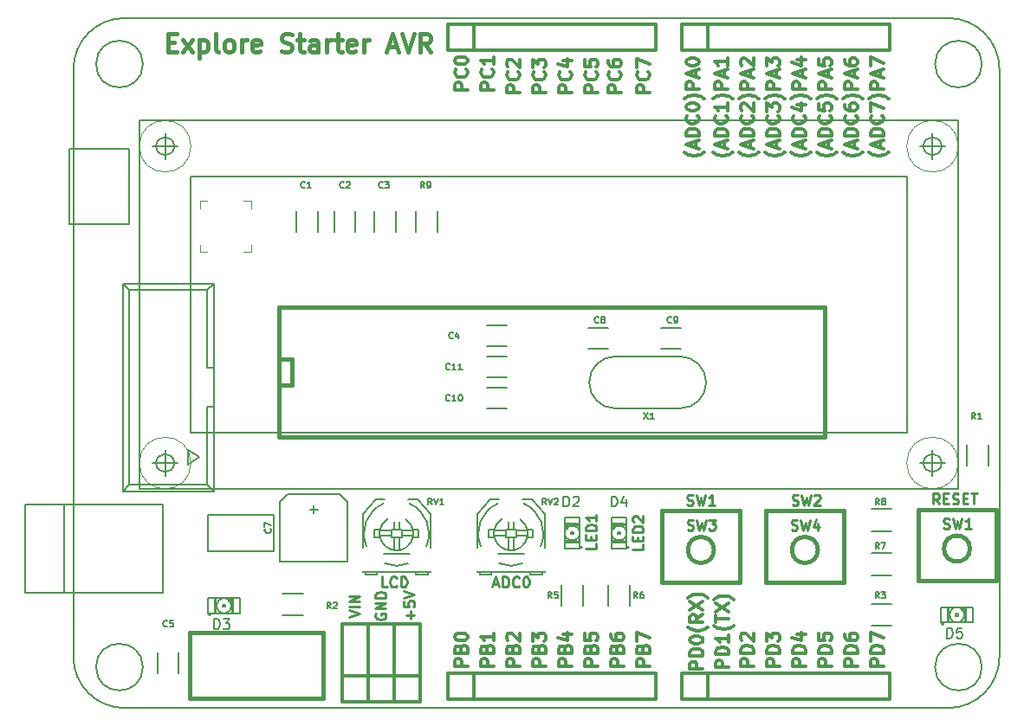
<source format=gto>
G04 #@! TF.FileFunction,Legend,Top*
%FSLAX46Y46*%
G04 Gerber Fmt 4.6, Leading zero omitted, Abs format (unit mm)*
G04 Created by KiCad (PCBNEW (2015-01-16 BZR 5376)-product) date 1/29/2016 4:56:34 PM*
%MOMM*%
G01*
G04 APERTURE LIST*
%ADD10C,0.150000*%
%ADD11C,0.254000*%
%ADD12C,0.317500*%
%ADD13C,0.444500*%
%ADD14C,0.381000*%
%ADD15C,0.304800*%
%ADD16C,0.127000*%
%ADD17C,0.063500*%
%ADD18C,0.050800*%
%ADD19C,0.200660*%
G04 APERTURE END LIST*
D10*
D11*
X187119381Y-85041619D02*
X186780715Y-84557810D01*
X186538810Y-85041619D02*
X186538810Y-84025619D01*
X186925857Y-84025619D01*
X187022619Y-84074000D01*
X187071000Y-84122381D01*
X187119381Y-84219143D01*
X187119381Y-84364286D01*
X187071000Y-84461048D01*
X187022619Y-84509429D01*
X186925857Y-84557810D01*
X186538810Y-84557810D01*
X187554810Y-84509429D02*
X187893476Y-84509429D01*
X188038619Y-85041619D02*
X187554810Y-85041619D01*
X187554810Y-84025619D01*
X188038619Y-84025619D01*
X188425667Y-84993238D02*
X188570810Y-85041619D01*
X188812714Y-85041619D01*
X188909476Y-84993238D01*
X188957857Y-84944857D01*
X189006238Y-84848095D01*
X189006238Y-84751333D01*
X188957857Y-84654571D01*
X188909476Y-84606190D01*
X188812714Y-84557810D01*
X188619191Y-84509429D01*
X188522429Y-84461048D01*
X188474048Y-84412667D01*
X188425667Y-84315905D01*
X188425667Y-84219143D01*
X188474048Y-84122381D01*
X188522429Y-84074000D01*
X188619191Y-84025619D01*
X188861095Y-84025619D01*
X189006238Y-84074000D01*
X189441667Y-84509429D02*
X189780333Y-84509429D01*
X189925476Y-85041619D02*
X189441667Y-85041619D01*
X189441667Y-84025619D01*
X189925476Y-84025619D01*
X190215762Y-84025619D02*
X190796333Y-84025619D01*
X190506048Y-85041619D02*
X190506048Y-84025619D01*
X172762334Y-85120238D02*
X172907477Y-85168619D01*
X173149381Y-85168619D01*
X173246143Y-85120238D01*
X173294524Y-85071857D01*
X173342905Y-84975095D01*
X173342905Y-84878333D01*
X173294524Y-84781571D01*
X173246143Y-84733190D01*
X173149381Y-84684810D01*
X172955858Y-84636429D01*
X172859096Y-84588048D01*
X172810715Y-84539667D01*
X172762334Y-84442905D01*
X172762334Y-84346143D01*
X172810715Y-84249381D01*
X172859096Y-84201000D01*
X172955858Y-84152619D01*
X173197762Y-84152619D01*
X173342905Y-84201000D01*
X173681572Y-84152619D02*
X173923477Y-85168619D01*
X174117000Y-84442905D01*
X174310524Y-85168619D01*
X174552429Y-84152619D01*
X174891096Y-84249381D02*
X174939477Y-84201000D01*
X175036239Y-84152619D01*
X175278143Y-84152619D01*
X175374905Y-84201000D01*
X175423286Y-84249381D01*
X175471667Y-84346143D01*
X175471667Y-84442905D01*
X175423286Y-84588048D01*
X174842715Y-85168619D01*
X175471667Y-85168619D01*
X162475334Y-85120238D02*
X162620477Y-85168619D01*
X162862381Y-85168619D01*
X162959143Y-85120238D01*
X163007524Y-85071857D01*
X163055905Y-84975095D01*
X163055905Y-84878333D01*
X163007524Y-84781571D01*
X162959143Y-84733190D01*
X162862381Y-84684810D01*
X162668858Y-84636429D01*
X162572096Y-84588048D01*
X162523715Y-84539667D01*
X162475334Y-84442905D01*
X162475334Y-84346143D01*
X162523715Y-84249381D01*
X162572096Y-84201000D01*
X162668858Y-84152619D01*
X162910762Y-84152619D01*
X163055905Y-84201000D01*
X163394572Y-84152619D02*
X163636477Y-85168619D01*
X163830000Y-84442905D01*
X164023524Y-85168619D01*
X164265429Y-84152619D01*
X165184667Y-85168619D02*
X164604096Y-85168619D01*
X164894382Y-85168619D02*
X164894382Y-84152619D01*
X164797620Y-84297762D01*
X164700858Y-84394524D01*
X164604096Y-84442905D01*
X158193619Y-89020952D02*
X158193619Y-89504761D01*
X157177619Y-89504761D01*
X157661429Y-88682285D02*
X157661429Y-88343619D01*
X158193619Y-88198476D02*
X158193619Y-88682285D01*
X157177619Y-88682285D01*
X157177619Y-88198476D01*
X158193619Y-87763047D02*
X157177619Y-87763047D01*
X157177619Y-87521142D01*
X157226000Y-87376000D01*
X157322762Y-87279238D01*
X157419524Y-87230857D01*
X157613048Y-87182476D01*
X157758190Y-87182476D01*
X157951714Y-87230857D01*
X158048476Y-87279238D01*
X158145238Y-87376000D01*
X158193619Y-87521142D01*
X158193619Y-87763047D01*
X157274381Y-86795428D02*
X157226000Y-86747047D01*
X157177619Y-86650285D01*
X157177619Y-86408381D01*
X157226000Y-86311619D01*
X157274381Y-86263238D01*
X157371143Y-86214857D01*
X157467905Y-86214857D01*
X157613048Y-86263238D01*
X158193619Y-86843809D01*
X158193619Y-86214857D01*
X153621619Y-88893952D02*
X153621619Y-89377761D01*
X152605619Y-89377761D01*
X153089429Y-88555285D02*
X153089429Y-88216619D01*
X153621619Y-88071476D02*
X153621619Y-88555285D01*
X152605619Y-88555285D01*
X152605619Y-88071476D01*
X153621619Y-87636047D02*
X152605619Y-87636047D01*
X152605619Y-87394142D01*
X152654000Y-87249000D01*
X152750762Y-87152238D01*
X152847524Y-87103857D01*
X153041048Y-87055476D01*
X153186190Y-87055476D01*
X153379714Y-87103857D01*
X153476476Y-87152238D01*
X153573238Y-87249000D01*
X153621619Y-87394142D01*
X153621619Y-87636047D01*
X153621619Y-86087857D02*
X153621619Y-86668428D01*
X153621619Y-86378142D02*
X152605619Y-86378142D01*
X152750762Y-86474904D01*
X152847524Y-86571666D01*
X152895905Y-86668428D01*
D10*
X188000000Y-105000000D02*
G75*
G03X193000000Y-100000000I0J5000000D01*
G01*
D11*
X133156476Y-93169619D02*
X132672667Y-93169619D01*
X132672667Y-92153619D01*
X134075714Y-93072857D02*
X134027333Y-93121238D01*
X133882190Y-93169619D01*
X133785428Y-93169619D01*
X133640286Y-93121238D01*
X133543524Y-93024476D01*
X133495143Y-92927714D01*
X133446762Y-92734190D01*
X133446762Y-92589048D01*
X133495143Y-92395524D01*
X133543524Y-92298762D01*
X133640286Y-92202000D01*
X133785428Y-92153619D01*
X133882190Y-92153619D01*
X134027333Y-92202000D01*
X134075714Y-92250381D01*
X134511143Y-93169619D02*
X134511143Y-92153619D01*
X134753048Y-92153619D01*
X134898190Y-92202000D01*
X134994952Y-92298762D01*
X135043333Y-92395524D01*
X135091714Y-92589048D01*
X135091714Y-92734190D01*
X135043333Y-92927714D01*
X134994952Y-93024476D01*
X134898190Y-93121238D01*
X134753048Y-93169619D01*
X134511143Y-93169619D01*
X143546286Y-92879333D02*
X144030095Y-92879333D01*
X143449524Y-93169619D02*
X143788191Y-92153619D01*
X144126857Y-93169619D01*
X144465524Y-93169619D02*
X144465524Y-92153619D01*
X144707429Y-92153619D01*
X144852571Y-92202000D01*
X144949333Y-92298762D01*
X144997714Y-92395524D01*
X145046095Y-92589048D01*
X145046095Y-92734190D01*
X144997714Y-92927714D01*
X144949333Y-93024476D01*
X144852571Y-93121238D01*
X144707429Y-93169619D01*
X144465524Y-93169619D01*
X146062095Y-93072857D02*
X146013714Y-93121238D01*
X145868571Y-93169619D01*
X145771809Y-93169619D01*
X145626667Y-93121238D01*
X145529905Y-93024476D01*
X145481524Y-92927714D01*
X145433143Y-92734190D01*
X145433143Y-92589048D01*
X145481524Y-92395524D01*
X145529905Y-92298762D01*
X145626667Y-92202000D01*
X145771809Y-92153619D01*
X145868571Y-92153619D01*
X146013714Y-92202000D01*
X146062095Y-92250381D01*
X146691048Y-92153619D02*
X146787809Y-92153619D01*
X146884571Y-92202000D01*
X146932952Y-92250381D01*
X146981333Y-92347143D01*
X147029714Y-92540667D01*
X147029714Y-92782571D01*
X146981333Y-92976095D01*
X146932952Y-93072857D01*
X146884571Y-93121238D01*
X146787809Y-93169619D01*
X146691048Y-93169619D01*
X146594286Y-93121238D01*
X146545905Y-93072857D01*
X146497524Y-92976095D01*
X146449143Y-92782571D01*
X146449143Y-92540667D01*
X146497524Y-92347143D01*
X146545905Y-92250381D01*
X146594286Y-92202000D01*
X146691048Y-92153619D01*
D12*
X179620333Y-50612524D02*
X179559857Y-50673000D01*
X179378429Y-50793952D01*
X179257476Y-50854429D01*
X179076048Y-50914905D01*
X178773667Y-50975381D01*
X178531762Y-50975381D01*
X178229381Y-50914905D01*
X178047952Y-50854429D01*
X177927000Y-50793952D01*
X177745571Y-50673000D01*
X177685095Y-50612524D01*
X178773667Y-50189190D02*
X178773667Y-49584428D01*
X179136524Y-50310143D02*
X177866524Y-49886809D01*
X179136524Y-49463476D01*
X179136524Y-49040143D02*
X177866524Y-49040143D01*
X177866524Y-48737762D01*
X177927000Y-48556334D01*
X178047952Y-48435381D01*
X178168905Y-48374905D01*
X178410810Y-48314429D01*
X178592238Y-48314429D01*
X178834143Y-48374905D01*
X178955095Y-48435381D01*
X179076048Y-48556334D01*
X179136524Y-48737762D01*
X179136524Y-49040143D01*
X179015571Y-47044429D02*
X179076048Y-47104905D01*
X179136524Y-47286334D01*
X179136524Y-47407286D01*
X179076048Y-47588714D01*
X178955095Y-47709667D01*
X178834143Y-47770143D01*
X178592238Y-47830619D01*
X178410810Y-47830619D01*
X178168905Y-47770143D01*
X178047952Y-47709667D01*
X177927000Y-47588714D01*
X177866524Y-47407286D01*
X177866524Y-47286334D01*
X177927000Y-47104905D01*
X177987476Y-47044429D01*
X177866524Y-45955857D02*
X177866524Y-46197762D01*
X177927000Y-46318714D01*
X177987476Y-46379191D01*
X178168905Y-46500143D01*
X178410810Y-46560619D01*
X178894619Y-46560619D01*
X179015571Y-46500143D01*
X179076048Y-46439667D01*
X179136524Y-46318714D01*
X179136524Y-46076810D01*
X179076048Y-45955857D01*
X179015571Y-45895381D01*
X178894619Y-45834905D01*
X178592238Y-45834905D01*
X178471286Y-45895381D01*
X178410810Y-45955857D01*
X178350333Y-46076810D01*
X178350333Y-46318714D01*
X178410810Y-46439667D01*
X178471286Y-46500143D01*
X178592238Y-46560619D01*
X179620333Y-45411571D02*
X179559857Y-45351095D01*
X179378429Y-45230143D01*
X179257476Y-45169667D01*
X179076048Y-45109190D01*
X178773667Y-45048714D01*
X178531762Y-45048714D01*
X178229381Y-45109190D01*
X178047952Y-45169667D01*
X177927000Y-45230143D01*
X177745571Y-45351095D01*
X177685095Y-45411571D01*
X179136524Y-44443952D02*
X177866524Y-44443952D01*
X177866524Y-43960143D01*
X177927000Y-43839190D01*
X177987476Y-43778714D01*
X178108429Y-43718238D01*
X178289857Y-43718238D01*
X178410810Y-43778714D01*
X178471286Y-43839190D01*
X178531762Y-43960143D01*
X178531762Y-44443952D01*
X178773667Y-43234428D02*
X178773667Y-42629666D01*
X179136524Y-43355381D02*
X177866524Y-42932047D01*
X179136524Y-42508714D01*
X177866524Y-41541095D02*
X177866524Y-41783000D01*
X177927000Y-41903952D01*
X177987476Y-41964429D01*
X178168905Y-42085381D01*
X178410810Y-42145857D01*
X178894619Y-42145857D01*
X179015571Y-42085381D01*
X179076048Y-42024905D01*
X179136524Y-41903952D01*
X179136524Y-41662048D01*
X179076048Y-41541095D01*
X179015571Y-41480619D01*
X178894619Y-41420143D01*
X178592238Y-41420143D01*
X178471286Y-41480619D01*
X178410810Y-41541095D01*
X178350333Y-41662048D01*
X178350333Y-41903952D01*
X178410810Y-42024905D01*
X178471286Y-42085381D01*
X178592238Y-42145857D01*
D10*
X107500000Y-105000000D02*
X188000000Y-105000000D01*
X102500000Y-42500000D02*
X102500000Y-100000000D01*
X188000000Y-37500000D02*
X107500000Y-37500000D01*
X193000000Y-100000000D02*
X193000000Y-42500000D01*
X102500000Y-100000000D02*
G75*
G03X107500000Y-105000000I5000000J0D01*
G01*
X193000000Y-42500000D02*
G75*
G03X188000000Y-37500000I-5000000J0D01*
G01*
X107500000Y-37500000D02*
G75*
G03X102500000Y-42500000I0J-5000000D01*
G01*
D12*
X182160333Y-50612524D02*
X182099857Y-50673000D01*
X181918429Y-50793952D01*
X181797476Y-50854429D01*
X181616048Y-50914905D01*
X181313667Y-50975381D01*
X181071762Y-50975381D01*
X180769381Y-50914905D01*
X180587952Y-50854429D01*
X180467000Y-50793952D01*
X180285571Y-50673000D01*
X180225095Y-50612524D01*
X181313667Y-50189190D02*
X181313667Y-49584428D01*
X181676524Y-50310143D02*
X180406524Y-49886809D01*
X181676524Y-49463476D01*
X181676524Y-49040143D02*
X180406524Y-49040143D01*
X180406524Y-48737762D01*
X180467000Y-48556334D01*
X180587952Y-48435381D01*
X180708905Y-48374905D01*
X180950810Y-48314429D01*
X181132238Y-48314429D01*
X181374143Y-48374905D01*
X181495095Y-48435381D01*
X181616048Y-48556334D01*
X181676524Y-48737762D01*
X181676524Y-49040143D01*
X181555571Y-47044429D02*
X181616048Y-47104905D01*
X181676524Y-47286334D01*
X181676524Y-47407286D01*
X181616048Y-47588714D01*
X181495095Y-47709667D01*
X181374143Y-47770143D01*
X181132238Y-47830619D01*
X180950810Y-47830619D01*
X180708905Y-47770143D01*
X180587952Y-47709667D01*
X180467000Y-47588714D01*
X180406524Y-47407286D01*
X180406524Y-47286334D01*
X180467000Y-47104905D01*
X180527476Y-47044429D01*
X180406524Y-46621095D02*
X180406524Y-45774429D01*
X181676524Y-46318714D01*
X182160333Y-45411571D02*
X182099857Y-45351095D01*
X181918429Y-45230143D01*
X181797476Y-45169667D01*
X181616048Y-45109190D01*
X181313667Y-45048714D01*
X181071762Y-45048714D01*
X180769381Y-45109190D01*
X180587952Y-45169667D01*
X180467000Y-45230143D01*
X180285571Y-45351095D01*
X180225095Y-45411571D01*
X181676524Y-44443952D02*
X180406524Y-44443952D01*
X180406524Y-43960143D01*
X180467000Y-43839190D01*
X180527476Y-43778714D01*
X180648429Y-43718238D01*
X180829857Y-43718238D01*
X180950810Y-43778714D01*
X181011286Y-43839190D01*
X181071762Y-43960143D01*
X181071762Y-44443952D01*
X181313667Y-43234428D02*
X181313667Y-42629666D01*
X181676524Y-43355381D02*
X180406524Y-42932047D01*
X181676524Y-42508714D01*
X180406524Y-42206333D02*
X180406524Y-41359667D01*
X181676524Y-41903952D01*
X177080333Y-50612524D02*
X177019857Y-50673000D01*
X176838429Y-50793952D01*
X176717476Y-50854429D01*
X176536048Y-50914905D01*
X176233667Y-50975381D01*
X175991762Y-50975381D01*
X175689381Y-50914905D01*
X175507952Y-50854429D01*
X175387000Y-50793952D01*
X175205571Y-50673000D01*
X175145095Y-50612524D01*
X176233667Y-50189190D02*
X176233667Y-49584428D01*
X176596524Y-50310143D02*
X175326524Y-49886809D01*
X176596524Y-49463476D01*
X176596524Y-49040143D02*
X175326524Y-49040143D01*
X175326524Y-48737762D01*
X175387000Y-48556334D01*
X175507952Y-48435381D01*
X175628905Y-48374905D01*
X175870810Y-48314429D01*
X176052238Y-48314429D01*
X176294143Y-48374905D01*
X176415095Y-48435381D01*
X176536048Y-48556334D01*
X176596524Y-48737762D01*
X176596524Y-49040143D01*
X176475571Y-47044429D02*
X176536048Y-47104905D01*
X176596524Y-47286334D01*
X176596524Y-47407286D01*
X176536048Y-47588714D01*
X176415095Y-47709667D01*
X176294143Y-47770143D01*
X176052238Y-47830619D01*
X175870810Y-47830619D01*
X175628905Y-47770143D01*
X175507952Y-47709667D01*
X175387000Y-47588714D01*
X175326524Y-47407286D01*
X175326524Y-47286334D01*
X175387000Y-47104905D01*
X175447476Y-47044429D01*
X175326524Y-45895381D02*
X175326524Y-46500143D01*
X175931286Y-46560619D01*
X175870810Y-46500143D01*
X175810333Y-46379191D01*
X175810333Y-46076810D01*
X175870810Y-45955857D01*
X175931286Y-45895381D01*
X176052238Y-45834905D01*
X176354619Y-45834905D01*
X176475571Y-45895381D01*
X176536048Y-45955857D01*
X176596524Y-46076810D01*
X176596524Y-46379191D01*
X176536048Y-46500143D01*
X176475571Y-46560619D01*
X177080333Y-45411571D02*
X177019857Y-45351095D01*
X176838429Y-45230143D01*
X176717476Y-45169667D01*
X176536048Y-45109190D01*
X176233667Y-45048714D01*
X175991762Y-45048714D01*
X175689381Y-45109190D01*
X175507952Y-45169667D01*
X175387000Y-45230143D01*
X175205571Y-45351095D01*
X175145095Y-45411571D01*
X176596524Y-44443952D02*
X175326524Y-44443952D01*
X175326524Y-43960143D01*
X175387000Y-43839190D01*
X175447476Y-43778714D01*
X175568429Y-43718238D01*
X175749857Y-43718238D01*
X175870810Y-43778714D01*
X175931286Y-43839190D01*
X175991762Y-43960143D01*
X175991762Y-44443952D01*
X176233667Y-43234428D02*
X176233667Y-42629666D01*
X176596524Y-43355381D02*
X175326524Y-42932047D01*
X176596524Y-42508714D01*
X175326524Y-41480619D02*
X175326524Y-42085381D01*
X175931286Y-42145857D01*
X175870810Y-42085381D01*
X175810333Y-41964429D01*
X175810333Y-41662048D01*
X175870810Y-41541095D01*
X175931286Y-41480619D01*
X176052238Y-41420143D01*
X176354619Y-41420143D01*
X176475571Y-41480619D01*
X176536048Y-41541095D01*
X176596524Y-41662048D01*
X176596524Y-41964429D01*
X176536048Y-42085381D01*
X176475571Y-42145857D01*
X174540333Y-50612524D02*
X174479857Y-50673000D01*
X174298429Y-50793952D01*
X174177476Y-50854429D01*
X173996048Y-50914905D01*
X173693667Y-50975381D01*
X173451762Y-50975381D01*
X173149381Y-50914905D01*
X172967952Y-50854429D01*
X172847000Y-50793952D01*
X172665571Y-50673000D01*
X172605095Y-50612524D01*
X173693667Y-50189190D02*
X173693667Y-49584428D01*
X174056524Y-50310143D02*
X172786524Y-49886809D01*
X174056524Y-49463476D01*
X174056524Y-49040143D02*
X172786524Y-49040143D01*
X172786524Y-48737762D01*
X172847000Y-48556334D01*
X172967952Y-48435381D01*
X173088905Y-48374905D01*
X173330810Y-48314429D01*
X173512238Y-48314429D01*
X173754143Y-48374905D01*
X173875095Y-48435381D01*
X173996048Y-48556334D01*
X174056524Y-48737762D01*
X174056524Y-49040143D01*
X173935571Y-47044429D02*
X173996048Y-47104905D01*
X174056524Y-47286334D01*
X174056524Y-47407286D01*
X173996048Y-47588714D01*
X173875095Y-47709667D01*
X173754143Y-47770143D01*
X173512238Y-47830619D01*
X173330810Y-47830619D01*
X173088905Y-47770143D01*
X172967952Y-47709667D01*
X172847000Y-47588714D01*
X172786524Y-47407286D01*
X172786524Y-47286334D01*
X172847000Y-47104905D01*
X172907476Y-47044429D01*
X173209857Y-45955857D02*
X174056524Y-45955857D01*
X172726048Y-46258238D02*
X173633190Y-46560619D01*
X173633190Y-45774429D01*
X174540333Y-45411571D02*
X174479857Y-45351095D01*
X174298429Y-45230143D01*
X174177476Y-45169667D01*
X173996048Y-45109190D01*
X173693667Y-45048714D01*
X173451762Y-45048714D01*
X173149381Y-45109190D01*
X172967952Y-45169667D01*
X172847000Y-45230143D01*
X172665571Y-45351095D01*
X172605095Y-45411571D01*
X174056524Y-44443952D02*
X172786524Y-44443952D01*
X172786524Y-43960143D01*
X172847000Y-43839190D01*
X172907476Y-43778714D01*
X173028429Y-43718238D01*
X173209857Y-43718238D01*
X173330810Y-43778714D01*
X173391286Y-43839190D01*
X173451762Y-43960143D01*
X173451762Y-44443952D01*
X173693667Y-43234428D02*
X173693667Y-42629666D01*
X174056524Y-43355381D02*
X172786524Y-42932047D01*
X174056524Y-42508714D01*
X173209857Y-41541095D02*
X174056524Y-41541095D01*
X172726048Y-41843476D02*
X173633190Y-42145857D01*
X173633190Y-41359667D01*
X172000333Y-50612524D02*
X171939857Y-50673000D01*
X171758429Y-50793952D01*
X171637476Y-50854429D01*
X171456048Y-50914905D01*
X171153667Y-50975381D01*
X170911762Y-50975381D01*
X170609381Y-50914905D01*
X170427952Y-50854429D01*
X170307000Y-50793952D01*
X170125571Y-50673000D01*
X170065095Y-50612524D01*
X171153667Y-50189190D02*
X171153667Y-49584428D01*
X171516524Y-50310143D02*
X170246524Y-49886809D01*
X171516524Y-49463476D01*
X171516524Y-49040143D02*
X170246524Y-49040143D01*
X170246524Y-48737762D01*
X170307000Y-48556334D01*
X170427952Y-48435381D01*
X170548905Y-48374905D01*
X170790810Y-48314429D01*
X170972238Y-48314429D01*
X171214143Y-48374905D01*
X171335095Y-48435381D01*
X171456048Y-48556334D01*
X171516524Y-48737762D01*
X171516524Y-49040143D01*
X171395571Y-47044429D02*
X171456048Y-47104905D01*
X171516524Y-47286334D01*
X171516524Y-47407286D01*
X171456048Y-47588714D01*
X171335095Y-47709667D01*
X171214143Y-47770143D01*
X170972238Y-47830619D01*
X170790810Y-47830619D01*
X170548905Y-47770143D01*
X170427952Y-47709667D01*
X170307000Y-47588714D01*
X170246524Y-47407286D01*
X170246524Y-47286334D01*
X170307000Y-47104905D01*
X170367476Y-47044429D01*
X170246524Y-46621095D02*
X170246524Y-45834905D01*
X170730333Y-46258238D01*
X170730333Y-46076810D01*
X170790810Y-45955857D01*
X170851286Y-45895381D01*
X170972238Y-45834905D01*
X171274619Y-45834905D01*
X171395571Y-45895381D01*
X171456048Y-45955857D01*
X171516524Y-46076810D01*
X171516524Y-46439667D01*
X171456048Y-46560619D01*
X171395571Y-46621095D01*
X172000333Y-45411571D02*
X171939857Y-45351095D01*
X171758429Y-45230143D01*
X171637476Y-45169667D01*
X171456048Y-45109190D01*
X171153667Y-45048714D01*
X170911762Y-45048714D01*
X170609381Y-45109190D01*
X170427952Y-45169667D01*
X170307000Y-45230143D01*
X170125571Y-45351095D01*
X170065095Y-45411571D01*
X171516524Y-44443952D02*
X170246524Y-44443952D01*
X170246524Y-43960143D01*
X170307000Y-43839190D01*
X170367476Y-43778714D01*
X170488429Y-43718238D01*
X170669857Y-43718238D01*
X170790810Y-43778714D01*
X170851286Y-43839190D01*
X170911762Y-43960143D01*
X170911762Y-44443952D01*
X171153667Y-43234428D02*
X171153667Y-42629666D01*
X171516524Y-43355381D02*
X170246524Y-42932047D01*
X171516524Y-42508714D01*
X170246524Y-42206333D02*
X170246524Y-41420143D01*
X170730333Y-41843476D01*
X170730333Y-41662048D01*
X170790810Y-41541095D01*
X170851286Y-41480619D01*
X170972238Y-41420143D01*
X171274619Y-41420143D01*
X171395571Y-41480619D01*
X171456048Y-41541095D01*
X171516524Y-41662048D01*
X171516524Y-42024905D01*
X171456048Y-42145857D01*
X171395571Y-42206333D01*
X169460333Y-50612524D02*
X169399857Y-50673000D01*
X169218429Y-50793952D01*
X169097476Y-50854429D01*
X168916048Y-50914905D01*
X168613667Y-50975381D01*
X168371762Y-50975381D01*
X168069381Y-50914905D01*
X167887952Y-50854429D01*
X167767000Y-50793952D01*
X167585571Y-50673000D01*
X167525095Y-50612524D01*
X168613667Y-50189190D02*
X168613667Y-49584428D01*
X168976524Y-50310143D02*
X167706524Y-49886809D01*
X168976524Y-49463476D01*
X168976524Y-49040143D02*
X167706524Y-49040143D01*
X167706524Y-48737762D01*
X167767000Y-48556334D01*
X167887952Y-48435381D01*
X168008905Y-48374905D01*
X168250810Y-48314429D01*
X168432238Y-48314429D01*
X168674143Y-48374905D01*
X168795095Y-48435381D01*
X168916048Y-48556334D01*
X168976524Y-48737762D01*
X168976524Y-49040143D01*
X168855571Y-47044429D02*
X168916048Y-47104905D01*
X168976524Y-47286334D01*
X168976524Y-47407286D01*
X168916048Y-47588714D01*
X168795095Y-47709667D01*
X168674143Y-47770143D01*
X168432238Y-47830619D01*
X168250810Y-47830619D01*
X168008905Y-47770143D01*
X167887952Y-47709667D01*
X167767000Y-47588714D01*
X167706524Y-47407286D01*
X167706524Y-47286334D01*
X167767000Y-47104905D01*
X167827476Y-47044429D01*
X167827476Y-46560619D02*
X167767000Y-46500143D01*
X167706524Y-46379191D01*
X167706524Y-46076810D01*
X167767000Y-45955857D01*
X167827476Y-45895381D01*
X167948429Y-45834905D01*
X168069381Y-45834905D01*
X168250810Y-45895381D01*
X168976524Y-46621095D01*
X168976524Y-45834905D01*
X169460333Y-45411571D02*
X169399857Y-45351095D01*
X169218429Y-45230143D01*
X169097476Y-45169667D01*
X168916048Y-45109190D01*
X168613667Y-45048714D01*
X168371762Y-45048714D01*
X168069381Y-45109190D01*
X167887952Y-45169667D01*
X167767000Y-45230143D01*
X167585571Y-45351095D01*
X167525095Y-45411571D01*
X168976524Y-44443952D02*
X167706524Y-44443952D01*
X167706524Y-43960143D01*
X167767000Y-43839190D01*
X167827476Y-43778714D01*
X167948429Y-43718238D01*
X168129857Y-43718238D01*
X168250810Y-43778714D01*
X168311286Y-43839190D01*
X168371762Y-43960143D01*
X168371762Y-44443952D01*
X168613667Y-43234428D02*
X168613667Y-42629666D01*
X168976524Y-43355381D02*
X167706524Y-42932047D01*
X168976524Y-42508714D01*
X167827476Y-42145857D02*
X167767000Y-42085381D01*
X167706524Y-41964429D01*
X167706524Y-41662048D01*
X167767000Y-41541095D01*
X167827476Y-41480619D01*
X167948429Y-41420143D01*
X168069381Y-41420143D01*
X168250810Y-41480619D01*
X168976524Y-42206333D01*
X168976524Y-41420143D01*
X166920333Y-50612524D02*
X166859857Y-50673000D01*
X166678429Y-50793952D01*
X166557476Y-50854429D01*
X166376048Y-50914905D01*
X166073667Y-50975381D01*
X165831762Y-50975381D01*
X165529381Y-50914905D01*
X165347952Y-50854429D01*
X165227000Y-50793952D01*
X165045571Y-50673000D01*
X164985095Y-50612524D01*
X166073667Y-50189190D02*
X166073667Y-49584428D01*
X166436524Y-50310143D02*
X165166524Y-49886809D01*
X166436524Y-49463476D01*
X166436524Y-49040143D02*
X165166524Y-49040143D01*
X165166524Y-48737762D01*
X165227000Y-48556334D01*
X165347952Y-48435381D01*
X165468905Y-48374905D01*
X165710810Y-48314429D01*
X165892238Y-48314429D01*
X166134143Y-48374905D01*
X166255095Y-48435381D01*
X166376048Y-48556334D01*
X166436524Y-48737762D01*
X166436524Y-49040143D01*
X166315571Y-47044429D02*
X166376048Y-47104905D01*
X166436524Y-47286334D01*
X166436524Y-47407286D01*
X166376048Y-47588714D01*
X166255095Y-47709667D01*
X166134143Y-47770143D01*
X165892238Y-47830619D01*
X165710810Y-47830619D01*
X165468905Y-47770143D01*
X165347952Y-47709667D01*
X165227000Y-47588714D01*
X165166524Y-47407286D01*
X165166524Y-47286334D01*
X165227000Y-47104905D01*
X165287476Y-47044429D01*
X166436524Y-45834905D02*
X166436524Y-46560619D01*
X166436524Y-46197762D02*
X165166524Y-46197762D01*
X165347952Y-46318714D01*
X165468905Y-46439667D01*
X165529381Y-46560619D01*
X166920333Y-45411571D02*
X166859857Y-45351095D01*
X166678429Y-45230143D01*
X166557476Y-45169667D01*
X166376048Y-45109190D01*
X166073667Y-45048714D01*
X165831762Y-45048714D01*
X165529381Y-45109190D01*
X165347952Y-45169667D01*
X165227000Y-45230143D01*
X165045571Y-45351095D01*
X164985095Y-45411571D01*
X166436524Y-44443952D02*
X165166524Y-44443952D01*
X165166524Y-43960143D01*
X165227000Y-43839190D01*
X165287476Y-43778714D01*
X165408429Y-43718238D01*
X165589857Y-43718238D01*
X165710810Y-43778714D01*
X165771286Y-43839190D01*
X165831762Y-43960143D01*
X165831762Y-44443952D01*
X166073667Y-43234428D02*
X166073667Y-42629666D01*
X166436524Y-43355381D02*
X165166524Y-42932047D01*
X166436524Y-42508714D01*
X166436524Y-41420143D02*
X166436524Y-42145857D01*
X166436524Y-41783000D02*
X165166524Y-41783000D01*
X165347952Y-41903952D01*
X165468905Y-42024905D01*
X165529381Y-42145857D01*
D13*
X111715332Y-39873000D02*
X112307999Y-39873000D01*
X112561999Y-40804333D02*
X111715332Y-40804333D01*
X111715332Y-39026333D01*
X112561999Y-39026333D01*
X113154666Y-40804333D02*
X114085999Y-39619000D01*
X113154666Y-39619000D02*
X114085999Y-40804333D01*
X114763332Y-39619000D02*
X114763332Y-41397000D01*
X114763332Y-39703667D02*
X114932666Y-39619000D01*
X115271332Y-39619000D01*
X115440666Y-39703667D01*
X115525332Y-39788333D01*
X115609999Y-39957667D01*
X115609999Y-40465667D01*
X115525332Y-40635000D01*
X115440666Y-40719667D01*
X115271332Y-40804333D01*
X114932666Y-40804333D01*
X114763332Y-40719667D01*
X116625999Y-40804333D02*
X116456666Y-40719667D01*
X116371999Y-40550333D01*
X116371999Y-39026333D01*
X117557332Y-40804333D02*
X117387999Y-40719667D01*
X117303332Y-40635000D01*
X117218666Y-40465667D01*
X117218666Y-39957667D01*
X117303332Y-39788333D01*
X117387999Y-39703667D01*
X117557332Y-39619000D01*
X117811332Y-39619000D01*
X117980666Y-39703667D01*
X118065332Y-39788333D01*
X118149999Y-39957667D01*
X118149999Y-40465667D01*
X118065332Y-40635000D01*
X117980666Y-40719667D01*
X117811332Y-40804333D01*
X117557332Y-40804333D01*
X118911999Y-40804333D02*
X118911999Y-39619000D01*
X118911999Y-39957667D02*
X118996666Y-39788333D01*
X119081333Y-39703667D01*
X119250666Y-39619000D01*
X119419999Y-39619000D01*
X120690000Y-40719667D02*
X120520666Y-40804333D01*
X120182000Y-40804333D01*
X120012666Y-40719667D01*
X119928000Y-40550333D01*
X119928000Y-39873000D01*
X120012666Y-39703667D01*
X120182000Y-39619000D01*
X120520666Y-39619000D01*
X120690000Y-39703667D01*
X120774666Y-39873000D01*
X120774666Y-40042333D01*
X119928000Y-40211667D01*
X122806667Y-40719667D02*
X123060667Y-40804333D01*
X123484000Y-40804333D01*
X123653333Y-40719667D01*
X123738000Y-40635000D01*
X123822667Y-40465667D01*
X123822667Y-40296333D01*
X123738000Y-40127000D01*
X123653333Y-40042333D01*
X123484000Y-39957667D01*
X123145333Y-39873000D01*
X122976000Y-39788333D01*
X122891333Y-39703667D01*
X122806667Y-39534333D01*
X122806667Y-39365000D01*
X122891333Y-39195667D01*
X122976000Y-39111000D01*
X123145333Y-39026333D01*
X123568667Y-39026333D01*
X123822667Y-39111000D01*
X124330666Y-39619000D02*
X125008000Y-39619000D01*
X124584666Y-39026333D02*
X124584666Y-40550333D01*
X124669333Y-40719667D01*
X124838666Y-40804333D01*
X125008000Y-40804333D01*
X126362666Y-40804333D02*
X126362666Y-39873000D01*
X126278000Y-39703667D01*
X126108666Y-39619000D01*
X125770000Y-39619000D01*
X125600666Y-39703667D01*
X126362666Y-40719667D02*
X126193333Y-40804333D01*
X125770000Y-40804333D01*
X125600666Y-40719667D01*
X125516000Y-40550333D01*
X125516000Y-40381000D01*
X125600666Y-40211667D01*
X125770000Y-40127000D01*
X126193333Y-40127000D01*
X126362666Y-40042333D01*
X127209333Y-40804333D02*
X127209333Y-39619000D01*
X127209333Y-39957667D02*
X127294000Y-39788333D01*
X127378667Y-39703667D01*
X127548000Y-39619000D01*
X127717333Y-39619000D01*
X128056000Y-39619000D02*
X128733334Y-39619000D01*
X128310000Y-39026333D02*
X128310000Y-40550333D01*
X128394667Y-40719667D01*
X128564000Y-40804333D01*
X128733334Y-40804333D01*
X130003334Y-40719667D02*
X129834000Y-40804333D01*
X129495334Y-40804333D01*
X129326000Y-40719667D01*
X129241334Y-40550333D01*
X129241334Y-39873000D01*
X129326000Y-39703667D01*
X129495334Y-39619000D01*
X129834000Y-39619000D01*
X130003334Y-39703667D01*
X130088000Y-39873000D01*
X130088000Y-40042333D01*
X129241334Y-40211667D01*
X130850000Y-40804333D02*
X130850000Y-39619000D01*
X130850000Y-39957667D02*
X130934667Y-39788333D01*
X131019334Y-39703667D01*
X131188667Y-39619000D01*
X131358000Y-39619000D01*
X133220668Y-40296333D02*
X134067334Y-40296333D01*
X133051334Y-40804333D02*
X133644001Y-39026333D01*
X134236668Y-40804333D01*
X134575334Y-39026333D02*
X135168001Y-40804333D01*
X135760668Y-39026333D01*
X137369334Y-40804333D02*
X136776668Y-39957667D01*
X136353334Y-40804333D02*
X136353334Y-39026333D01*
X137030668Y-39026333D01*
X137200001Y-39111000D01*
X137284668Y-39195667D01*
X137369334Y-39365000D01*
X137369334Y-39619000D01*
X137284668Y-39788333D01*
X137200001Y-39873000D01*
X137030668Y-39957667D01*
X136353334Y-39957667D01*
D11*
X135454571Y-96302285D02*
X135454571Y-95528190D01*
X135841619Y-95915238D02*
X135067524Y-95915238D01*
X134825619Y-94560571D02*
X134825619Y-95044380D01*
X135309429Y-95092761D01*
X135261048Y-95044380D01*
X135212667Y-94947618D01*
X135212667Y-94705714D01*
X135261048Y-94608952D01*
X135309429Y-94560571D01*
X135406190Y-94512190D01*
X135648095Y-94512190D01*
X135744857Y-94560571D01*
X135793238Y-94608952D01*
X135841619Y-94705714D01*
X135841619Y-94947618D01*
X135793238Y-95044380D01*
X135744857Y-95092761D01*
X134825619Y-94221904D02*
X135841619Y-93883237D01*
X134825619Y-93544571D01*
X132080000Y-95770095D02*
X132031619Y-95866857D01*
X132031619Y-96012000D01*
X132080000Y-96157142D01*
X132176762Y-96253904D01*
X132273524Y-96302285D01*
X132467048Y-96350666D01*
X132612190Y-96350666D01*
X132805714Y-96302285D01*
X132902476Y-96253904D01*
X132999238Y-96157142D01*
X133047619Y-96012000D01*
X133047619Y-95915238D01*
X132999238Y-95770095D01*
X132950857Y-95721714D01*
X132612190Y-95721714D01*
X132612190Y-95915238D01*
X133047619Y-95286285D02*
X132031619Y-95286285D01*
X133047619Y-94705714D01*
X132031619Y-94705714D01*
X133047619Y-94221904D02*
X132031619Y-94221904D01*
X132031619Y-93979999D01*
X132080000Y-93834857D01*
X132176762Y-93738095D01*
X132273524Y-93689714D01*
X132467048Y-93641333D01*
X132612190Y-93641333D01*
X132805714Y-93689714D01*
X132902476Y-93738095D01*
X132999238Y-93834857D01*
X133047619Y-93979999D01*
X133047619Y-94221904D01*
X129491619Y-96108762D02*
X130507619Y-95770095D01*
X129491619Y-95431429D01*
X130507619Y-95092762D02*
X129491619Y-95092762D01*
X130507619Y-94608952D02*
X129491619Y-94608952D01*
X130507619Y-94028381D01*
X129491619Y-94028381D01*
D12*
X156276524Y-100886381D02*
X155006524Y-100886381D01*
X155006524Y-100402572D01*
X155067000Y-100281619D01*
X155127476Y-100221143D01*
X155248429Y-100160667D01*
X155429857Y-100160667D01*
X155550810Y-100221143D01*
X155611286Y-100281619D01*
X155671762Y-100402572D01*
X155671762Y-100886381D01*
X155611286Y-99193048D02*
X155671762Y-99011619D01*
X155732238Y-98951143D01*
X155853190Y-98890667D01*
X156034619Y-98890667D01*
X156155571Y-98951143D01*
X156216048Y-99011619D01*
X156276524Y-99132572D01*
X156276524Y-99616381D01*
X155006524Y-99616381D01*
X155006524Y-99193048D01*
X155067000Y-99072095D01*
X155127476Y-99011619D01*
X155248429Y-98951143D01*
X155369381Y-98951143D01*
X155490333Y-99011619D01*
X155550810Y-99072095D01*
X155611286Y-99193048D01*
X155611286Y-99616381D01*
X155006524Y-97802095D02*
X155006524Y-98044000D01*
X155067000Y-98164952D01*
X155127476Y-98225429D01*
X155308905Y-98346381D01*
X155550810Y-98406857D01*
X156034619Y-98406857D01*
X156155571Y-98346381D01*
X156216048Y-98285905D01*
X156276524Y-98164952D01*
X156276524Y-97923048D01*
X156216048Y-97802095D01*
X156155571Y-97741619D01*
X156034619Y-97681143D01*
X155732238Y-97681143D01*
X155611286Y-97741619D01*
X155550810Y-97802095D01*
X155490333Y-97923048D01*
X155490333Y-98164952D01*
X155550810Y-98285905D01*
X155611286Y-98346381D01*
X155732238Y-98406857D01*
X153736524Y-100886381D02*
X152466524Y-100886381D01*
X152466524Y-100402572D01*
X152527000Y-100281619D01*
X152587476Y-100221143D01*
X152708429Y-100160667D01*
X152889857Y-100160667D01*
X153010810Y-100221143D01*
X153071286Y-100281619D01*
X153131762Y-100402572D01*
X153131762Y-100886381D01*
X153071286Y-99193048D02*
X153131762Y-99011619D01*
X153192238Y-98951143D01*
X153313190Y-98890667D01*
X153494619Y-98890667D01*
X153615571Y-98951143D01*
X153676048Y-99011619D01*
X153736524Y-99132572D01*
X153736524Y-99616381D01*
X152466524Y-99616381D01*
X152466524Y-99193048D01*
X152527000Y-99072095D01*
X152587476Y-99011619D01*
X152708429Y-98951143D01*
X152829381Y-98951143D01*
X152950333Y-99011619D01*
X153010810Y-99072095D01*
X153071286Y-99193048D01*
X153071286Y-99616381D01*
X152466524Y-97741619D02*
X152466524Y-98346381D01*
X153071286Y-98406857D01*
X153010810Y-98346381D01*
X152950333Y-98225429D01*
X152950333Y-97923048D01*
X153010810Y-97802095D01*
X153071286Y-97741619D01*
X153192238Y-97681143D01*
X153494619Y-97681143D01*
X153615571Y-97741619D01*
X153676048Y-97802095D01*
X153736524Y-97923048D01*
X153736524Y-98225429D01*
X153676048Y-98346381D01*
X153615571Y-98406857D01*
X151196524Y-100886381D02*
X149926524Y-100886381D01*
X149926524Y-100402572D01*
X149987000Y-100281619D01*
X150047476Y-100221143D01*
X150168429Y-100160667D01*
X150349857Y-100160667D01*
X150470810Y-100221143D01*
X150531286Y-100281619D01*
X150591762Y-100402572D01*
X150591762Y-100886381D01*
X150531286Y-99193048D02*
X150591762Y-99011619D01*
X150652238Y-98951143D01*
X150773190Y-98890667D01*
X150954619Y-98890667D01*
X151075571Y-98951143D01*
X151136048Y-99011619D01*
X151196524Y-99132572D01*
X151196524Y-99616381D01*
X149926524Y-99616381D01*
X149926524Y-99193048D01*
X149987000Y-99072095D01*
X150047476Y-99011619D01*
X150168429Y-98951143D01*
X150289381Y-98951143D01*
X150410333Y-99011619D01*
X150470810Y-99072095D01*
X150531286Y-99193048D01*
X150531286Y-99616381D01*
X150349857Y-97802095D02*
X151196524Y-97802095D01*
X149866048Y-98104476D02*
X150773190Y-98406857D01*
X150773190Y-97620667D01*
X148656524Y-100886381D02*
X147386524Y-100886381D01*
X147386524Y-100402572D01*
X147447000Y-100281619D01*
X147507476Y-100221143D01*
X147628429Y-100160667D01*
X147809857Y-100160667D01*
X147930810Y-100221143D01*
X147991286Y-100281619D01*
X148051762Y-100402572D01*
X148051762Y-100886381D01*
X147991286Y-99193048D02*
X148051762Y-99011619D01*
X148112238Y-98951143D01*
X148233190Y-98890667D01*
X148414619Y-98890667D01*
X148535571Y-98951143D01*
X148596048Y-99011619D01*
X148656524Y-99132572D01*
X148656524Y-99616381D01*
X147386524Y-99616381D01*
X147386524Y-99193048D01*
X147447000Y-99072095D01*
X147507476Y-99011619D01*
X147628429Y-98951143D01*
X147749381Y-98951143D01*
X147870333Y-99011619D01*
X147930810Y-99072095D01*
X147991286Y-99193048D01*
X147991286Y-99616381D01*
X147386524Y-98467333D02*
X147386524Y-97681143D01*
X147870333Y-98104476D01*
X147870333Y-97923048D01*
X147930810Y-97802095D01*
X147991286Y-97741619D01*
X148112238Y-97681143D01*
X148414619Y-97681143D01*
X148535571Y-97741619D01*
X148596048Y-97802095D01*
X148656524Y-97923048D01*
X148656524Y-98285905D01*
X148596048Y-98406857D01*
X148535571Y-98467333D01*
X146116524Y-100886381D02*
X144846524Y-100886381D01*
X144846524Y-100402572D01*
X144907000Y-100281619D01*
X144967476Y-100221143D01*
X145088429Y-100160667D01*
X145269857Y-100160667D01*
X145390810Y-100221143D01*
X145451286Y-100281619D01*
X145511762Y-100402572D01*
X145511762Y-100886381D01*
X145451286Y-99193048D02*
X145511762Y-99011619D01*
X145572238Y-98951143D01*
X145693190Y-98890667D01*
X145874619Y-98890667D01*
X145995571Y-98951143D01*
X146056048Y-99011619D01*
X146116524Y-99132572D01*
X146116524Y-99616381D01*
X144846524Y-99616381D01*
X144846524Y-99193048D01*
X144907000Y-99072095D01*
X144967476Y-99011619D01*
X145088429Y-98951143D01*
X145209381Y-98951143D01*
X145330333Y-99011619D01*
X145390810Y-99072095D01*
X145451286Y-99193048D01*
X145451286Y-99616381D01*
X144967476Y-98406857D02*
X144907000Y-98346381D01*
X144846524Y-98225429D01*
X144846524Y-97923048D01*
X144907000Y-97802095D01*
X144967476Y-97741619D01*
X145088429Y-97681143D01*
X145209381Y-97681143D01*
X145390810Y-97741619D01*
X146116524Y-98467333D01*
X146116524Y-97681143D01*
X143576524Y-100886381D02*
X142306524Y-100886381D01*
X142306524Y-100402572D01*
X142367000Y-100281619D01*
X142427476Y-100221143D01*
X142548429Y-100160667D01*
X142729857Y-100160667D01*
X142850810Y-100221143D01*
X142911286Y-100281619D01*
X142971762Y-100402572D01*
X142971762Y-100886381D01*
X142911286Y-99193048D02*
X142971762Y-99011619D01*
X143032238Y-98951143D01*
X143153190Y-98890667D01*
X143334619Y-98890667D01*
X143455571Y-98951143D01*
X143516048Y-99011619D01*
X143576524Y-99132572D01*
X143576524Y-99616381D01*
X142306524Y-99616381D01*
X142306524Y-99193048D01*
X142367000Y-99072095D01*
X142427476Y-99011619D01*
X142548429Y-98951143D01*
X142669381Y-98951143D01*
X142790333Y-99011619D01*
X142850810Y-99072095D01*
X142911286Y-99193048D01*
X142911286Y-99616381D01*
X143576524Y-97681143D02*
X143576524Y-98406857D01*
X143576524Y-98044000D02*
X142306524Y-98044000D01*
X142487952Y-98164952D01*
X142608905Y-98285905D01*
X142669381Y-98406857D01*
X179136524Y-100886381D02*
X177866524Y-100886381D01*
X177866524Y-100402572D01*
X177927000Y-100281619D01*
X177987476Y-100221143D01*
X178108429Y-100160667D01*
X178289857Y-100160667D01*
X178410810Y-100221143D01*
X178471286Y-100281619D01*
X178531762Y-100402572D01*
X178531762Y-100886381D01*
X179136524Y-99616381D02*
X177866524Y-99616381D01*
X177866524Y-99314000D01*
X177927000Y-99132572D01*
X178047952Y-99011619D01*
X178168905Y-98951143D01*
X178410810Y-98890667D01*
X178592238Y-98890667D01*
X178834143Y-98951143D01*
X178955095Y-99011619D01*
X179076048Y-99132572D01*
X179136524Y-99314000D01*
X179136524Y-99616381D01*
X177866524Y-97802095D02*
X177866524Y-98044000D01*
X177927000Y-98164952D01*
X177987476Y-98225429D01*
X178168905Y-98346381D01*
X178410810Y-98406857D01*
X178894619Y-98406857D01*
X179015571Y-98346381D01*
X179076048Y-98285905D01*
X179136524Y-98164952D01*
X179136524Y-97923048D01*
X179076048Y-97802095D01*
X179015571Y-97741619D01*
X178894619Y-97681143D01*
X178592238Y-97681143D01*
X178471286Y-97741619D01*
X178410810Y-97802095D01*
X178350333Y-97923048D01*
X178350333Y-98164952D01*
X178410810Y-98285905D01*
X178471286Y-98346381D01*
X178592238Y-98406857D01*
X176596524Y-100886381D02*
X175326524Y-100886381D01*
X175326524Y-100402572D01*
X175387000Y-100281619D01*
X175447476Y-100221143D01*
X175568429Y-100160667D01*
X175749857Y-100160667D01*
X175870810Y-100221143D01*
X175931286Y-100281619D01*
X175991762Y-100402572D01*
X175991762Y-100886381D01*
X176596524Y-99616381D02*
X175326524Y-99616381D01*
X175326524Y-99314000D01*
X175387000Y-99132572D01*
X175507952Y-99011619D01*
X175628905Y-98951143D01*
X175870810Y-98890667D01*
X176052238Y-98890667D01*
X176294143Y-98951143D01*
X176415095Y-99011619D01*
X176536048Y-99132572D01*
X176596524Y-99314000D01*
X176596524Y-99616381D01*
X175326524Y-97741619D02*
X175326524Y-98346381D01*
X175931286Y-98406857D01*
X175870810Y-98346381D01*
X175810333Y-98225429D01*
X175810333Y-97923048D01*
X175870810Y-97802095D01*
X175931286Y-97741619D01*
X176052238Y-97681143D01*
X176354619Y-97681143D01*
X176475571Y-97741619D01*
X176536048Y-97802095D01*
X176596524Y-97923048D01*
X176596524Y-98225429D01*
X176536048Y-98346381D01*
X176475571Y-98406857D01*
X174056524Y-100886381D02*
X172786524Y-100886381D01*
X172786524Y-100402572D01*
X172847000Y-100281619D01*
X172907476Y-100221143D01*
X173028429Y-100160667D01*
X173209857Y-100160667D01*
X173330810Y-100221143D01*
X173391286Y-100281619D01*
X173451762Y-100402572D01*
X173451762Y-100886381D01*
X174056524Y-99616381D02*
X172786524Y-99616381D01*
X172786524Y-99314000D01*
X172847000Y-99132572D01*
X172967952Y-99011619D01*
X173088905Y-98951143D01*
X173330810Y-98890667D01*
X173512238Y-98890667D01*
X173754143Y-98951143D01*
X173875095Y-99011619D01*
X173996048Y-99132572D01*
X174056524Y-99314000D01*
X174056524Y-99616381D01*
X173209857Y-97802095D02*
X174056524Y-97802095D01*
X172726048Y-98104476D02*
X173633190Y-98406857D01*
X173633190Y-97620667D01*
X171516524Y-100886381D02*
X170246524Y-100886381D01*
X170246524Y-100402572D01*
X170307000Y-100281619D01*
X170367476Y-100221143D01*
X170488429Y-100160667D01*
X170669857Y-100160667D01*
X170790810Y-100221143D01*
X170851286Y-100281619D01*
X170911762Y-100402572D01*
X170911762Y-100886381D01*
X171516524Y-99616381D02*
X170246524Y-99616381D01*
X170246524Y-99314000D01*
X170307000Y-99132572D01*
X170427952Y-99011619D01*
X170548905Y-98951143D01*
X170790810Y-98890667D01*
X170972238Y-98890667D01*
X171214143Y-98951143D01*
X171335095Y-99011619D01*
X171456048Y-99132572D01*
X171516524Y-99314000D01*
X171516524Y-99616381D01*
X170246524Y-98467333D02*
X170246524Y-97681143D01*
X170730333Y-98104476D01*
X170730333Y-97923048D01*
X170790810Y-97802095D01*
X170851286Y-97741619D01*
X170972238Y-97681143D01*
X171274619Y-97681143D01*
X171395571Y-97741619D01*
X171456048Y-97802095D01*
X171516524Y-97923048D01*
X171516524Y-98285905D01*
X171456048Y-98406857D01*
X171395571Y-98467333D01*
X168976524Y-100886381D02*
X167706524Y-100886381D01*
X167706524Y-100402572D01*
X167767000Y-100281619D01*
X167827476Y-100221143D01*
X167948429Y-100160667D01*
X168129857Y-100160667D01*
X168250810Y-100221143D01*
X168311286Y-100281619D01*
X168371762Y-100402572D01*
X168371762Y-100886381D01*
X168976524Y-99616381D02*
X167706524Y-99616381D01*
X167706524Y-99314000D01*
X167767000Y-99132572D01*
X167887952Y-99011619D01*
X168008905Y-98951143D01*
X168250810Y-98890667D01*
X168432238Y-98890667D01*
X168674143Y-98951143D01*
X168795095Y-99011619D01*
X168916048Y-99132572D01*
X168976524Y-99314000D01*
X168976524Y-99616381D01*
X167827476Y-98406857D02*
X167767000Y-98346381D01*
X167706524Y-98225429D01*
X167706524Y-97923048D01*
X167767000Y-97802095D01*
X167827476Y-97741619D01*
X167948429Y-97681143D01*
X168069381Y-97681143D01*
X168250810Y-97741619D01*
X168976524Y-98467333D01*
X168976524Y-97681143D01*
X166563524Y-101043619D02*
X165293524Y-101043619D01*
X165293524Y-100559810D01*
X165354000Y-100438857D01*
X165414476Y-100378381D01*
X165535429Y-100317905D01*
X165716857Y-100317905D01*
X165837810Y-100378381D01*
X165898286Y-100438857D01*
X165958762Y-100559810D01*
X165958762Y-101043619D01*
X166563524Y-99773619D02*
X165293524Y-99773619D01*
X165293524Y-99471238D01*
X165354000Y-99289810D01*
X165474952Y-99168857D01*
X165595905Y-99108381D01*
X165837810Y-99047905D01*
X166019238Y-99047905D01*
X166261143Y-99108381D01*
X166382095Y-99168857D01*
X166503048Y-99289810D01*
X166563524Y-99471238D01*
X166563524Y-99773619D01*
X166563524Y-97838381D02*
X166563524Y-98564095D01*
X166563524Y-98201238D02*
X165293524Y-98201238D01*
X165474952Y-98322190D01*
X165595905Y-98443143D01*
X165656381Y-98564095D01*
X167047333Y-96931238D02*
X166986857Y-96991714D01*
X166805429Y-97112666D01*
X166684476Y-97173143D01*
X166503048Y-97233619D01*
X166200667Y-97294095D01*
X165958762Y-97294095D01*
X165656381Y-97233619D01*
X165474952Y-97173143D01*
X165354000Y-97112666D01*
X165172571Y-96991714D01*
X165112095Y-96931238D01*
X165293524Y-96628857D02*
X165293524Y-95903142D01*
X166563524Y-96265999D02*
X165293524Y-96265999D01*
X165293524Y-95600761D02*
X166563524Y-94754095D01*
X165293524Y-94754095D02*
X166563524Y-95600761D01*
X167047333Y-94391237D02*
X166986857Y-94330761D01*
X166805429Y-94209809D01*
X166684476Y-94149333D01*
X166503048Y-94088856D01*
X166200667Y-94028380D01*
X165958762Y-94028380D01*
X165656381Y-94088856D01*
X165474952Y-94149333D01*
X165354000Y-94209809D01*
X165172571Y-94330761D01*
X165112095Y-94391237D01*
X143576524Y-44498381D02*
X142306524Y-44498381D01*
X142306524Y-44014572D01*
X142367000Y-43893619D01*
X142427476Y-43833143D01*
X142548429Y-43772667D01*
X142729857Y-43772667D01*
X142850810Y-43833143D01*
X142911286Y-43893619D01*
X142971762Y-44014572D01*
X142971762Y-44498381D01*
X143455571Y-42502667D02*
X143516048Y-42563143D01*
X143576524Y-42744572D01*
X143576524Y-42865524D01*
X143516048Y-43046952D01*
X143395095Y-43167905D01*
X143274143Y-43228381D01*
X143032238Y-43288857D01*
X142850810Y-43288857D01*
X142608905Y-43228381D01*
X142487952Y-43167905D01*
X142367000Y-43046952D01*
X142306524Y-42865524D01*
X142306524Y-42744572D01*
X142367000Y-42563143D01*
X142427476Y-42502667D01*
X143576524Y-41293143D02*
X143576524Y-42018857D01*
X143576524Y-41656000D02*
X142306524Y-41656000D01*
X142487952Y-41776952D01*
X142608905Y-41897905D01*
X142669381Y-42018857D01*
X146116524Y-44752381D02*
X144846524Y-44752381D01*
X144846524Y-44268572D01*
X144907000Y-44147619D01*
X144967476Y-44087143D01*
X145088429Y-44026667D01*
X145269857Y-44026667D01*
X145390810Y-44087143D01*
X145451286Y-44147619D01*
X145511762Y-44268572D01*
X145511762Y-44752381D01*
X145995571Y-42756667D02*
X146056048Y-42817143D01*
X146116524Y-42998572D01*
X146116524Y-43119524D01*
X146056048Y-43300952D01*
X145935095Y-43421905D01*
X145814143Y-43482381D01*
X145572238Y-43542857D01*
X145390810Y-43542857D01*
X145148905Y-43482381D01*
X145027952Y-43421905D01*
X144907000Y-43300952D01*
X144846524Y-43119524D01*
X144846524Y-42998572D01*
X144907000Y-42817143D01*
X144967476Y-42756667D01*
X144967476Y-42272857D02*
X144907000Y-42212381D01*
X144846524Y-42091429D01*
X144846524Y-41789048D01*
X144907000Y-41668095D01*
X144967476Y-41607619D01*
X145088429Y-41547143D01*
X145209381Y-41547143D01*
X145390810Y-41607619D01*
X146116524Y-42333333D01*
X146116524Y-41547143D01*
X148656524Y-44752381D02*
X147386524Y-44752381D01*
X147386524Y-44268572D01*
X147447000Y-44147619D01*
X147507476Y-44087143D01*
X147628429Y-44026667D01*
X147809857Y-44026667D01*
X147930810Y-44087143D01*
X147991286Y-44147619D01*
X148051762Y-44268572D01*
X148051762Y-44752381D01*
X148535571Y-42756667D02*
X148596048Y-42817143D01*
X148656524Y-42998572D01*
X148656524Y-43119524D01*
X148596048Y-43300952D01*
X148475095Y-43421905D01*
X148354143Y-43482381D01*
X148112238Y-43542857D01*
X147930810Y-43542857D01*
X147688905Y-43482381D01*
X147567952Y-43421905D01*
X147447000Y-43300952D01*
X147386524Y-43119524D01*
X147386524Y-42998572D01*
X147447000Y-42817143D01*
X147507476Y-42756667D01*
X147386524Y-42333333D02*
X147386524Y-41547143D01*
X147870333Y-41970476D01*
X147870333Y-41789048D01*
X147930810Y-41668095D01*
X147991286Y-41607619D01*
X148112238Y-41547143D01*
X148414619Y-41547143D01*
X148535571Y-41607619D01*
X148596048Y-41668095D01*
X148656524Y-41789048D01*
X148656524Y-42151905D01*
X148596048Y-42272857D01*
X148535571Y-42333333D01*
X151196524Y-44752381D02*
X149926524Y-44752381D01*
X149926524Y-44268572D01*
X149987000Y-44147619D01*
X150047476Y-44087143D01*
X150168429Y-44026667D01*
X150349857Y-44026667D01*
X150470810Y-44087143D01*
X150531286Y-44147619D01*
X150591762Y-44268572D01*
X150591762Y-44752381D01*
X151075571Y-42756667D02*
X151136048Y-42817143D01*
X151196524Y-42998572D01*
X151196524Y-43119524D01*
X151136048Y-43300952D01*
X151015095Y-43421905D01*
X150894143Y-43482381D01*
X150652238Y-43542857D01*
X150470810Y-43542857D01*
X150228905Y-43482381D01*
X150107952Y-43421905D01*
X149987000Y-43300952D01*
X149926524Y-43119524D01*
X149926524Y-42998572D01*
X149987000Y-42817143D01*
X150047476Y-42756667D01*
X150349857Y-41668095D02*
X151196524Y-41668095D01*
X149866048Y-41970476D02*
X150773190Y-42272857D01*
X150773190Y-41486667D01*
X153736524Y-44752381D02*
X152466524Y-44752381D01*
X152466524Y-44268572D01*
X152527000Y-44147619D01*
X152587476Y-44087143D01*
X152708429Y-44026667D01*
X152889857Y-44026667D01*
X153010810Y-44087143D01*
X153071286Y-44147619D01*
X153131762Y-44268572D01*
X153131762Y-44752381D01*
X153615571Y-42756667D02*
X153676048Y-42817143D01*
X153736524Y-42998572D01*
X153736524Y-43119524D01*
X153676048Y-43300952D01*
X153555095Y-43421905D01*
X153434143Y-43482381D01*
X153192238Y-43542857D01*
X153010810Y-43542857D01*
X152768905Y-43482381D01*
X152647952Y-43421905D01*
X152527000Y-43300952D01*
X152466524Y-43119524D01*
X152466524Y-42998572D01*
X152527000Y-42817143D01*
X152587476Y-42756667D01*
X152466524Y-41607619D02*
X152466524Y-42212381D01*
X153071286Y-42272857D01*
X153010810Y-42212381D01*
X152950333Y-42091429D01*
X152950333Y-41789048D01*
X153010810Y-41668095D01*
X153071286Y-41607619D01*
X153192238Y-41547143D01*
X153494619Y-41547143D01*
X153615571Y-41607619D01*
X153676048Y-41668095D01*
X153736524Y-41789048D01*
X153736524Y-42091429D01*
X153676048Y-42212381D01*
X153615571Y-42272857D01*
X156022524Y-44752381D02*
X154752524Y-44752381D01*
X154752524Y-44268572D01*
X154813000Y-44147619D01*
X154873476Y-44087143D01*
X154994429Y-44026667D01*
X155175857Y-44026667D01*
X155296810Y-44087143D01*
X155357286Y-44147619D01*
X155417762Y-44268572D01*
X155417762Y-44752381D01*
X155901571Y-42756667D02*
X155962048Y-42817143D01*
X156022524Y-42998572D01*
X156022524Y-43119524D01*
X155962048Y-43300952D01*
X155841095Y-43421905D01*
X155720143Y-43482381D01*
X155478238Y-43542857D01*
X155296810Y-43542857D01*
X155054905Y-43482381D01*
X154933952Y-43421905D01*
X154813000Y-43300952D01*
X154752524Y-43119524D01*
X154752524Y-42998572D01*
X154813000Y-42817143D01*
X154873476Y-42756667D01*
X154752524Y-41668095D02*
X154752524Y-41910000D01*
X154813000Y-42030952D01*
X154873476Y-42091429D01*
X155054905Y-42212381D01*
X155296810Y-42272857D01*
X155780619Y-42272857D01*
X155901571Y-42212381D01*
X155962048Y-42151905D01*
X156022524Y-42030952D01*
X156022524Y-41789048D01*
X155962048Y-41668095D01*
X155901571Y-41607619D01*
X155780619Y-41547143D01*
X155478238Y-41547143D01*
X155357286Y-41607619D01*
X155296810Y-41668095D01*
X155236333Y-41789048D01*
X155236333Y-42030952D01*
X155296810Y-42151905D01*
X155357286Y-42212381D01*
X155478238Y-42272857D01*
X141036524Y-100886381D02*
X139766524Y-100886381D01*
X139766524Y-100402572D01*
X139827000Y-100281619D01*
X139887476Y-100221143D01*
X140008429Y-100160667D01*
X140189857Y-100160667D01*
X140310810Y-100221143D01*
X140371286Y-100281619D01*
X140431762Y-100402572D01*
X140431762Y-100886381D01*
X140371286Y-99193048D02*
X140431762Y-99011619D01*
X140492238Y-98951143D01*
X140613190Y-98890667D01*
X140794619Y-98890667D01*
X140915571Y-98951143D01*
X140976048Y-99011619D01*
X141036524Y-99132572D01*
X141036524Y-99616381D01*
X139766524Y-99616381D01*
X139766524Y-99193048D01*
X139827000Y-99072095D01*
X139887476Y-99011619D01*
X140008429Y-98951143D01*
X140129381Y-98951143D01*
X140250333Y-99011619D01*
X140310810Y-99072095D01*
X140371286Y-99193048D01*
X140371286Y-99616381D01*
X139766524Y-98104476D02*
X139766524Y-97983524D01*
X139827000Y-97862572D01*
X139887476Y-97802095D01*
X140008429Y-97741619D01*
X140250333Y-97681143D01*
X140552714Y-97681143D01*
X140794619Y-97741619D01*
X140915571Y-97802095D01*
X140976048Y-97862572D01*
X141036524Y-97983524D01*
X141036524Y-98104476D01*
X140976048Y-98225429D01*
X140915571Y-98285905D01*
X140794619Y-98346381D01*
X140552714Y-98406857D01*
X140250333Y-98406857D01*
X140008429Y-98346381D01*
X139887476Y-98285905D01*
X139827000Y-98225429D01*
X139766524Y-98104476D01*
X158816524Y-100886381D02*
X157546524Y-100886381D01*
X157546524Y-100402572D01*
X157607000Y-100281619D01*
X157667476Y-100221143D01*
X157788429Y-100160667D01*
X157969857Y-100160667D01*
X158090810Y-100221143D01*
X158151286Y-100281619D01*
X158211762Y-100402572D01*
X158211762Y-100886381D01*
X158151286Y-99193048D02*
X158211762Y-99011619D01*
X158272238Y-98951143D01*
X158393190Y-98890667D01*
X158574619Y-98890667D01*
X158695571Y-98951143D01*
X158756048Y-99011619D01*
X158816524Y-99132572D01*
X158816524Y-99616381D01*
X157546524Y-99616381D01*
X157546524Y-99193048D01*
X157607000Y-99072095D01*
X157667476Y-99011619D01*
X157788429Y-98951143D01*
X157909381Y-98951143D01*
X158030333Y-99011619D01*
X158090810Y-99072095D01*
X158151286Y-99193048D01*
X158151286Y-99616381D01*
X157546524Y-98467333D02*
X157546524Y-97620667D01*
X158816524Y-98164952D01*
X164023524Y-101194810D02*
X162753524Y-101194810D01*
X162753524Y-100711001D01*
X162814000Y-100590048D01*
X162874476Y-100529572D01*
X162995429Y-100469096D01*
X163176857Y-100469096D01*
X163297810Y-100529572D01*
X163358286Y-100590048D01*
X163418762Y-100711001D01*
X163418762Y-101194810D01*
X164023524Y-99924810D02*
X162753524Y-99924810D01*
X162753524Y-99622429D01*
X162814000Y-99441001D01*
X162934952Y-99320048D01*
X163055905Y-99259572D01*
X163297810Y-99199096D01*
X163479238Y-99199096D01*
X163721143Y-99259572D01*
X163842095Y-99320048D01*
X163963048Y-99441001D01*
X164023524Y-99622429D01*
X164023524Y-99924810D01*
X162753524Y-98412905D02*
X162753524Y-98291953D01*
X162814000Y-98171001D01*
X162874476Y-98110524D01*
X162995429Y-98050048D01*
X163237333Y-97989572D01*
X163539714Y-97989572D01*
X163781619Y-98050048D01*
X163902571Y-98110524D01*
X163963048Y-98171001D01*
X164023524Y-98291953D01*
X164023524Y-98412905D01*
X163963048Y-98533858D01*
X163902571Y-98594334D01*
X163781619Y-98654810D01*
X163539714Y-98715286D01*
X163237333Y-98715286D01*
X162995429Y-98654810D01*
X162874476Y-98594334D01*
X162814000Y-98533858D01*
X162753524Y-98412905D01*
X164507333Y-97082429D02*
X164446857Y-97142905D01*
X164265429Y-97263857D01*
X164144476Y-97324334D01*
X163963048Y-97384810D01*
X163660667Y-97445286D01*
X163418762Y-97445286D01*
X163116381Y-97384810D01*
X162934952Y-97324334D01*
X162814000Y-97263857D01*
X162632571Y-97142905D01*
X162572095Y-97082429D01*
X164023524Y-95872905D02*
X163418762Y-96296238D01*
X164023524Y-96598619D02*
X162753524Y-96598619D01*
X162753524Y-96114810D01*
X162814000Y-95993857D01*
X162874476Y-95933381D01*
X162995429Y-95872905D01*
X163176857Y-95872905D01*
X163297810Y-95933381D01*
X163358286Y-95993857D01*
X163418762Y-96114810D01*
X163418762Y-96598619D01*
X162753524Y-95449571D02*
X164023524Y-94602905D01*
X162753524Y-94602905D02*
X164023524Y-95449571D01*
X164507333Y-94240047D02*
X164446857Y-94179571D01*
X164265429Y-94058619D01*
X164144476Y-93998143D01*
X163963048Y-93937666D01*
X163660667Y-93877190D01*
X163418762Y-93877190D01*
X163116381Y-93937666D01*
X162934952Y-93998143D01*
X162814000Y-94058619D01*
X162632571Y-94179571D01*
X162572095Y-94240047D01*
X181676524Y-100886381D02*
X180406524Y-100886381D01*
X180406524Y-100402572D01*
X180467000Y-100281619D01*
X180527476Y-100221143D01*
X180648429Y-100160667D01*
X180829857Y-100160667D01*
X180950810Y-100221143D01*
X181011286Y-100281619D01*
X181071762Y-100402572D01*
X181071762Y-100886381D01*
X181676524Y-99616381D02*
X180406524Y-99616381D01*
X180406524Y-99314000D01*
X180467000Y-99132572D01*
X180587952Y-99011619D01*
X180708905Y-98951143D01*
X180950810Y-98890667D01*
X181132238Y-98890667D01*
X181374143Y-98951143D01*
X181495095Y-99011619D01*
X181616048Y-99132572D01*
X181676524Y-99314000D01*
X181676524Y-99616381D01*
X180406524Y-98467333D02*
X180406524Y-97620667D01*
X181676524Y-98164952D01*
X141036524Y-44498381D02*
X139766524Y-44498381D01*
X139766524Y-44014572D01*
X139827000Y-43893619D01*
X139887476Y-43833143D01*
X140008429Y-43772667D01*
X140189857Y-43772667D01*
X140310810Y-43833143D01*
X140371286Y-43893619D01*
X140431762Y-44014572D01*
X140431762Y-44498381D01*
X140915571Y-42502667D02*
X140976048Y-42563143D01*
X141036524Y-42744572D01*
X141036524Y-42865524D01*
X140976048Y-43046952D01*
X140855095Y-43167905D01*
X140734143Y-43228381D01*
X140492238Y-43288857D01*
X140310810Y-43288857D01*
X140068905Y-43228381D01*
X139947952Y-43167905D01*
X139827000Y-43046952D01*
X139766524Y-42865524D01*
X139766524Y-42744572D01*
X139827000Y-42563143D01*
X139887476Y-42502667D01*
X139766524Y-41716476D02*
X139766524Y-41595524D01*
X139827000Y-41474572D01*
X139887476Y-41414095D01*
X140008429Y-41353619D01*
X140250333Y-41293143D01*
X140552714Y-41293143D01*
X140794619Y-41353619D01*
X140915571Y-41414095D01*
X140976048Y-41474572D01*
X141036524Y-41595524D01*
X141036524Y-41716476D01*
X140976048Y-41837429D01*
X140915571Y-41897905D01*
X140794619Y-41958381D01*
X140552714Y-42018857D01*
X140250333Y-42018857D01*
X140008429Y-41958381D01*
X139887476Y-41897905D01*
X139827000Y-41837429D01*
X139766524Y-41716476D01*
X158816524Y-44752381D02*
X157546524Y-44752381D01*
X157546524Y-44268572D01*
X157607000Y-44147619D01*
X157667476Y-44087143D01*
X157788429Y-44026667D01*
X157969857Y-44026667D01*
X158090810Y-44087143D01*
X158151286Y-44147619D01*
X158211762Y-44268572D01*
X158211762Y-44752381D01*
X158695571Y-42756667D02*
X158756048Y-42817143D01*
X158816524Y-42998572D01*
X158816524Y-43119524D01*
X158756048Y-43300952D01*
X158635095Y-43421905D01*
X158514143Y-43482381D01*
X158272238Y-43542857D01*
X158090810Y-43542857D01*
X157848905Y-43482381D01*
X157727952Y-43421905D01*
X157607000Y-43300952D01*
X157546524Y-43119524D01*
X157546524Y-42998572D01*
X157607000Y-42817143D01*
X157667476Y-42756667D01*
X157546524Y-42333333D02*
X157546524Y-41486667D01*
X158816524Y-42030952D01*
X164126333Y-50612524D02*
X164065857Y-50673000D01*
X163884429Y-50793952D01*
X163763476Y-50854429D01*
X163582048Y-50914905D01*
X163279667Y-50975381D01*
X163037762Y-50975381D01*
X162735381Y-50914905D01*
X162553952Y-50854429D01*
X162433000Y-50793952D01*
X162251571Y-50673000D01*
X162191095Y-50612524D01*
X163279667Y-50189190D02*
X163279667Y-49584428D01*
X163642524Y-50310143D02*
X162372524Y-49886809D01*
X163642524Y-49463476D01*
X163642524Y-49040143D02*
X162372524Y-49040143D01*
X162372524Y-48737762D01*
X162433000Y-48556334D01*
X162553952Y-48435381D01*
X162674905Y-48374905D01*
X162916810Y-48314429D01*
X163098238Y-48314429D01*
X163340143Y-48374905D01*
X163461095Y-48435381D01*
X163582048Y-48556334D01*
X163642524Y-48737762D01*
X163642524Y-49040143D01*
X163521571Y-47044429D02*
X163582048Y-47104905D01*
X163642524Y-47286334D01*
X163642524Y-47407286D01*
X163582048Y-47588714D01*
X163461095Y-47709667D01*
X163340143Y-47770143D01*
X163098238Y-47830619D01*
X162916810Y-47830619D01*
X162674905Y-47770143D01*
X162553952Y-47709667D01*
X162433000Y-47588714D01*
X162372524Y-47407286D01*
X162372524Y-47286334D01*
X162433000Y-47104905D01*
X162493476Y-47044429D01*
X162372524Y-46258238D02*
X162372524Y-46137286D01*
X162433000Y-46016334D01*
X162493476Y-45955857D01*
X162614429Y-45895381D01*
X162856333Y-45834905D01*
X163158714Y-45834905D01*
X163400619Y-45895381D01*
X163521571Y-45955857D01*
X163582048Y-46016334D01*
X163642524Y-46137286D01*
X163642524Y-46258238D01*
X163582048Y-46379191D01*
X163521571Y-46439667D01*
X163400619Y-46500143D01*
X163158714Y-46560619D01*
X162856333Y-46560619D01*
X162614429Y-46500143D01*
X162493476Y-46439667D01*
X162433000Y-46379191D01*
X162372524Y-46258238D01*
X164126333Y-45411571D02*
X164065857Y-45351095D01*
X163884429Y-45230143D01*
X163763476Y-45169667D01*
X163582048Y-45109190D01*
X163279667Y-45048714D01*
X163037762Y-45048714D01*
X162735381Y-45109190D01*
X162553952Y-45169667D01*
X162433000Y-45230143D01*
X162251571Y-45351095D01*
X162191095Y-45411571D01*
X163642524Y-44443952D02*
X162372524Y-44443952D01*
X162372524Y-43960143D01*
X162433000Y-43839190D01*
X162493476Y-43778714D01*
X162614429Y-43718238D01*
X162795857Y-43718238D01*
X162916810Y-43778714D01*
X162977286Y-43839190D01*
X163037762Y-43960143D01*
X163037762Y-44443952D01*
X163279667Y-43234428D02*
X163279667Y-42629666D01*
X163642524Y-43355381D02*
X162372524Y-42932047D01*
X163642524Y-42508714D01*
X162372524Y-41843476D02*
X162372524Y-41722524D01*
X162433000Y-41601572D01*
X162493476Y-41541095D01*
X162614429Y-41480619D01*
X162856333Y-41420143D01*
X163158714Y-41420143D01*
X163400619Y-41480619D01*
X163521571Y-41541095D01*
X163582048Y-41601572D01*
X163642524Y-41722524D01*
X163642524Y-41843476D01*
X163582048Y-41964429D01*
X163521571Y-42024905D01*
X163400619Y-42085381D01*
X163158714Y-42145857D01*
X162856333Y-42145857D01*
X162614429Y-42085381D01*
X162493476Y-42024905D01*
X162433000Y-41964429D01*
X162372524Y-41843476D01*
D14*
X173990000Y-85725000D02*
X177800000Y-85725000D01*
X177800000Y-85725000D02*
X177800000Y-92710000D01*
X177800000Y-92710000D02*
X170180000Y-92710000D01*
X170180000Y-92710000D02*
X170180000Y-85725000D01*
X170180000Y-85725000D02*
X173990000Y-85725000D01*
X175260000Y-89535000D02*
G75*
G03X175260000Y-89535000I-1270000J0D01*
G01*
D10*
X98552000Y-85090000D02*
X97790000Y-85090000D01*
X97790000Y-85090000D02*
X97790000Y-93726000D01*
X97790000Y-93726000D02*
X98552000Y-93726000D01*
X101600000Y-85090000D02*
X101600000Y-93726000D01*
X111252000Y-85090000D02*
X111252000Y-93726000D01*
X98552000Y-93726000D02*
X111252000Y-93726000D01*
X98552000Y-85090000D02*
X111252000Y-85090000D01*
D14*
X126895860Y-100584000D02*
X126895860Y-97584260D01*
X126895860Y-97584260D02*
X113896140Y-97584260D01*
X113896140Y-97584260D02*
X113896140Y-104084120D01*
X113896140Y-104084120D02*
X126895860Y-104084120D01*
X126895860Y-104084120D02*
X126895860Y-100584000D01*
D10*
X122682000Y-90678000D02*
X129286000Y-90678000D01*
X129286000Y-90678000D02*
X129286000Y-84836000D01*
X129286000Y-84836000D02*
X128524000Y-84074000D01*
X128524000Y-84074000D02*
X123444000Y-84074000D01*
X123444000Y-84074000D02*
X122682000Y-84836000D01*
X122682000Y-84836000D02*
X122682000Y-90678000D01*
X125984000Y-85217000D02*
X125984000Y-85979000D01*
X125603000Y-85598000D02*
X126365000Y-85598000D01*
D15*
X131318000Y-104394000D02*
X128778000Y-104394000D01*
X128778000Y-104394000D02*
X128778000Y-96774000D01*
X128778000Y-96774000D02*
X131318000Y-96774000D01*
X131318000Y-96774000D02*
X131318000Y-104394000D01*
X128778000Y-101854000D02*
X131318000Y-101854000D01*
X133858000Y-104394000D02*
X131318000Y-104394000D01*
X131318000Y-104394000D02*
X131318000Y-96774000D01*
X131318000Y-96774000D02*
X133858000Y-96774000D01*
X133858000Y-96774000D02*
X133858000Y-104394000D01*
X131318000Y-101854000D02*
X133858000Y-101854000D01*
X136398000Y-104394000D02*
X133858000Y-104394000D01*
X133858000Y-104394000D02*
X133858000Y-96774000D01*
X133858000Y-96774000D02*
X136398000Y-96774000D01*
X136398000Y-96774000D02*
X136398000Y-104394000D01*
X133858000Y-101854000D02*
X136398000Y-101854000D01*
D16*
X108968540Y-47538640D02*
X188965840Y-47538640D01*
X188965840Y-47538640D02*
X188965840Y-83535520D01*
X188965840Y-83535520D02*
X108968540Y-83535520D01*
X108968540Y-83535520D02*
X108968540Y-47538640D01*
X113967260Y-53037740D02*
X183964580Y-53037740D01*
X183964580Y-53037740D02*
X183964580Y-78036420D01*
X113967260Y-53037740D02*
X113967260Y-78036420D01*
X113967260Y-78036420D02*
X183964580Y-78036420D01*
D17*
X113989556Y-50038000D02*
G75*
G03X113989556Y-50038000I-2521656J0D01*
G01*
X188991728Y-50038000D02*
G75*
G03X188991728Y-50038000I-2525248J0D01*
G01*
X188991728Y-81036160D02*
G75*
G03X188991728Y-81036160I-2525248J0D01*
G01*
X113989556Y-81036160D02*
G75*
G03X113989556Y-81036160I-2521656J0D01*
G01*
D16*
X112351557Y-50038000D02*
G75*
G03X112351557Y-50038000I-883657J0D01*
G01*
X110218220Y-50038000D02*
X112717580Y-50038000D01*
X111467900Y-51287680D02*
X111467900Y-48788320D01*
X187350137Y-50038000D02*
G75*
G03X187350137Y-50038000I-883657J0D01*
G01*
X185216800Y-50038000D02*
X187716160Y-50038000D01*
X186466480Y-51287680D02*
X186466480Y-48788320D01*
X112351557Y-81036160D02*
G75*
G03X112351557Y-81036160I-883657J0D01*
G01*
X110218220Y-81036160D02*
X112717580Y-81036160D01*
X111467900Y-82285840D02*
X111467900Y-79786480D01*
X187350137Y-81036160D02*
G75*
G03X187350137Y-81036160I-883657J0D01*
G01*
X185216800Y-81036160D02*
X187716160Y-81036160D01*
X186466480Y-82285840D02*
X186466480Y-79786480D01*
D14*
X122555000Y-70866000D02*
X123825000Y-70866000D01*
X123825000Y-70866000D02*
X123825000Y-73406000D01*
X123825000Y-73406000D02*
X122555000Y-73406000D01*
X122555000Y-65786000D02*
X175895000Y-65786000D01*
X175895000Y-65786000D02*
X175895000Y-78486000D01*
X175895000Y-78486000D02*
X122555000Y-78486000D01*
X122555000Y-78486000D02*
X122555000Y-65786000D01*
D15*
X139065000Y-101600000D02*
X159385000Y-101600000D01*
X159385000Y-101600000D02*
X159385000Y-104140000D01*
X159385000Y-104140000D02*
X139065000Y-104140000D01*
X139065000Y-104140000D02*
X139065000Y-101600000D01*
X141605000Y-104140000D02*
X141605000Y-101600000D01*
X161925000Y-38100000D02*
X182245000Y-38100000D01*
X182245000Y-38100000D02*
X182245000Y-40640000D01*
X182245000Y-40640000D02*
X161925000Y-40640000D01*
X161925000Y-40640000D02*
X161925000Y-38100000D01*
X164465000Y-40640000D02*
X164465000Y-38100000D01*
X139065000Y-38100000D02*
X159385000Y-38100000D01*
X159385000Y-38100000D02*
X159385000Y-40640000D01*
X159385000Y-40640000D02*
X139065000Y-40640000D01*
X139065000Y-40640000D02*
X139065000Y-38100000D01*
X141605000Y-40640000D02*
X141605000Y-38100000D01*
X161925000Y-101600000D02*
X182245000Y-101600000D01*
X182245000Y-101600000D02*
X182245000Y-104140000D01*
X182245000Y-104140000D02*
X161925000Y-104140000D01*
X161925000Y-104140000D02*
X161925000Y-101600000D01*
X164465000Y-104140000D02*
X164465000Y-101600000D01*
D10*
X107950000Y-83185000D02*
X107315000Y-83820000D01*
X115570000Y-83185000D02*
X116205000Y-83820000D01*
X115570000Y-64135000D02*
X116205000Y-63500000D01*
X107950000Y-64135000D02*
X107315000Y-63500000D01*
X116205000Y-71755000D02*
X115570000Y-71755000D01*
X115570000Y-71755000D02*
X115570000Y-64135000D01*
X115570000Y-64135000D02*
X107950000Y-64135000D01*
X107950000Y-64135000D02*
X107950000Y-83185000D01*
X107950000Y-83185000D02*
X115570000Y-83185000D01*
X115570000Y-83185000D02*
X115570000Y-75565000D01*
X115570000Y-75565000D02*
X116205000Y-75565000D01*
X116205000Y-83820000D02*
X116205000Y-63500000D01*
X107315000Y-63500000D02*
X107315000Y-83820000D01*
X107315000Y-83820000D02*
X116205000Y-83820000D01*
X107315000Y-63500000D02*
X116205000Y-63500000D01*
X113728500Y-81158080D02*
X114797840Y-80459580D01*
X114797840Y-80459580D02*
X113728500Y-79758540D01*
X113728500Y-79758540D02*
X113728500Y-81158080D01*
X133817360Y-87543640D02*
X133817360Y-86781640D01*
X134325360Y-87543640D02*
X134325360Y-86781640D01*
X133817360Y-89575640D02*
G75*
G03X135722360Y-88178640I254000J1651000D01*
G01*
X132420360Y-88051640D02*
G75*
G03X134198360Y-89575640I1651000J127000D01*
G01*
X135468360Y-88813640D02*
G75*
G03X134960360Y-86527640I-1397000J889000D01*
G01*
X133182360Y-86527640D02*
G75*
G03X132674360Y-88813640I889000J-1397000D01*
G01*
X130769360Y-91734640D02*
X130769360Y-91607640D01*
X130769360Y-87924640D02*
X130769360Y-89321640D01*
X137373360Y-91734640D02*
X137373360Y-91607640D01*
X137373360Y-87924640D02*
X137373360Y-89321640D01*
X132928360Y-90845640D02*
X133309360Y-90972640D01*
X133309360Y-90972640D02*
X134071360Y-91099640D01*
X134071360Y-91099640D02*
X134833360Y-90972640D01*
X134833360Y-90972640D02*
X135214360Y-90845640D01*
X132801360Y-89956640D02*
X135341360Y-89956640D01*
X136992360Y-89194640D02*
G75*
G03X135341360Y-85003640I-2921000J1270000D01*
G01*
X132801360Y-85003640D02*
G75*
G03X131150360Y-89194640I1270000J-2921000D01*
G01*
X136103360Y-84622640D02*
X135214360Y-84622640D01*
X132928360Y-84622640D02*
X132039360Y-84622640D01*
X135722360Y-87543640D02*
X136230360Y-87543640D01*
X136230360Y-87543640D02*
X136230360Y-88305640D01*
X136230360Y-88305640D02*
X135722360Y-88305640D01*
X132420360Y-87543640D02*
X131912360Y-87543640D01*
X131912360Y-87543640D02*
X131912360Y-88305640D01*
X131912360Y-88305640D02*
X132420360Y-88305640D01*
X134579360Y-88178640D02*
X135722360Y-88178640D01*
X134579360Y-87670640D02*
X135722360Y-87670640D01*
X133563360Y-88178640D02*
X132420360Y-88178640D01*
X133563360Y-87670640D02*
X132420360Y-87670640D01*
X134325360Y-88305640D02*
X134325360Y-89575640D01*
X133817360Y-88305640D02*
X133817360Y-89575640D01*
X133563360Y-87543640D02*
X133563360Y-88305640D01*
X133563360Y-88305640D02*
X134579360Y-88305640D01*
X134579360Y-88305640D02*
X134579360Y-87543640D01*
X134579360Y-87543640D02*
X133563360Y-87543640D01*
X132039360Y-84622640D02*
X130769360Y-86019640D01*
X130769360Y-86019640D02*
X130769360Y-87924640D01*
X136103360Y-84622640D02*
X137373360Y-86019640D01*
X137373360Y-86019640D02*
X137373360Y-87924640D01*
X137119360Y-91734640D02*
X137119360Y-91988640D01*
X137119360Y-91988640D02*
X135976360Y-91988640D01*
X135976360Y-91988640D02*
X135976360Y-91734640D01*
X131023360Y-91734640D02*
X131023360Y-91988640D01*
X131023360Y-91988640D02*
X132166360Y-91988640D01*
X132166360Y-91988640D02*
X132166360Y-91734640D01*
X130769360Y-91734640D02*
X137373360Y-91734640D01*
X144993360Y-87543640D02*
X144993360Y-86781640D01*
X145501360Y-87543640D02*
X145501360Y-86781640D01*
X144993360Y-89575640D02*
G75*
G03X146898360Y-88178640I254000J1651000D01*
G01*
X143596360Y-88051640D02*
G75*
G03X145374360Y-89575640I1651000J127000D01*
G01*
X146644360Y-88813640D02*
G75*
G03X146136360Y-86527640I-1397000J889000D01*
G01*
X144358360Y-86527640D02*
G75*
G03X143850360Y-88813640I889000J-1397000D01*
G01*
X141945360Y-91734640D02*
X141945360Y-91607640D01*
X141945360Y-87924640D02*
X141945360Y-89321640D01*
X148549360Y-91734640D02*
X148549360Y-91607640D01*
X148549360Y-87924640D02*
X148549360Y-89321640D01*
X144104360Y-90845640D02*
X144485360Y-90972640D01*
X144485360Y-90972640D02*
X145247360Y-91099640D01*
X145247360Y-91099640D02*
X146009360Y-90972640D01*
X146009360Y-90972640D02*
X146390360Y-90845640D01*
X143977360Y-89956640D02*
X146517360Y-89956640D01*
X148168360Y-89194640D02*
G75*
G03X146517360Y-85003640I-2921000J1270000D01*
G01*
X143977360Y-85003640D02*
G75*
G03X142326360Y-89194640I1270000J-2921000D01*
G01*
X147279360Y-84622640D02*
X146390360Y-84622640D01*
X144104360Y-84622640D02*
X143215360Y-84622640D01*
X146898360Y-87543640D02*
X147406360Y-87543640D01*
X147406360Y-87543640D02*
X147406360Y-88305640D01*
X147406360Y-88305640D02*
X146898360Y-88305640D01*
X143596360Y-87543640D02*
X143088360Y-87543640D01*
X143088360Y-87543640D02*
X143088360Y-88305640D01*
X143088360Y-88305640D02*
X143596360Y-88305640D01*
X145755360Y-88178640D02*
X146898360Y-88178640D01*
X145755360Y-87670640D02*
X146898360Y-87670640D01*
X144739360Y-88178640D02*
X143596360Y-88178640D01*
X144739360Y-87670640D02*
X143596360Y-87670640D01*
X145501360Y-88305640D02*
X145501360Y-89575640D01*
X144993360Y-88305640D02*
X144993360Y-89575640D01*
X144739360Y-87543640D02*
X144739360Y-88305640D01*
X144739360Y-88305640D02*
X145755360Y-88305640D01*
X145755360Y-88305640D02*
X145755360Y-87543640D01*
X145755360Y-87543640D02*
X144739360Y-87543640D01*
X143215360Y-84622640D02*
X141945360Y-86019640D01*
X141945360Y-86019640D02*
X141945360Y-87924640D01*
X147279360Y-84622640D02*
X148549360Y-86019640D01*
X148549360Y-86019640D02*
X148549360Y-87924640D01*
X148295360Y-91734640D02*
X148295360Y-91988640D01*
X148295360Y-91988640D02*
X147152360Y-91988640D01*
X147152360Y-91988640D02*
X147152360Y-91734640D01*
X142199360Y-91734640D02*
X142199360Y-91988640D01*
X142199360Y-91988640D02*
X143342360Y-91988640D01*
X143342360Y-91988640D02*
X143342360Y-91734640D01*
X141945360Y-91734640D02*
X148549360Y-91734640D01*
D14*
X188849000Y-85598000D02*
X192659000Y-85598000D01*
X192659000Y-85598000D02*
X192659000Y-92583000D01*
X192659000Y-92583000D02*
X185039000Y-92583000D01*
X185039000Y-92583000D02*
X185039000Y-85598000D01*
X185039000Y-85598000D02*
X188849000Y-85598000D01*
X190119000Y-89408000D02*
G75*
G03X190119000Y-89408000I-1270000J0D01*
G01*
D18*
X114848640Y-56161940D02*
X114848640Y-55412640D01*
X114848640Y-55412640D02*
X115597940Y-55412640D01*
X119098060Y-55412640D02*
X119847360Y-55412640D01*
X119847360Y-55412640D02*
X119847360Y-56161940D01*
X115597940Y-60411360D02*
X114848640Y-60411360D01*
X114848640Y-60411360D02*
X114848640Y-59662060D01*
X119098060Y-60411360D02*
X119847360Y-60411360D01*
X119847360Y-60411360D02*
X119847360Y-59662060D01*
D19*
X115620800Y-86133940D02*
X122123200Y-86133940D01*
X122123200Y-86133940D02*
X122123200Y-89634060D01*
X122123200Y-89634060D02*
X115620800Y-89634060D01*
X115620800Y-89634060D02*
X115620800Y-86133940D01*
D10*
X161798000Y-70612000D02*
X155448000Y-70612000D01*
X161798000Y-75692000D02*
X155448000Y-75692000D01*
X152908000Y-73152000D02*
G75*
G03X155448000Y-75692000I2540000J0D01*
G01*
X155448000Y-70612000D02*
G75*
G03X152908000Y-73152000I0J-2540000D01*
G01*
X161798000Y-75692000D02*
G75*
G03X164338000Y-73152000I0J2540000D01*
G01*
X164338000Y-73152000D02*
G75*
G03X161798000Y-70612000I-2540000J0D01*
G01*
X144891000Y-73651000D02*
X142891000Y-73651000D01*
X142891000Y-75701000D02*
X144891000Y-75701000D01*
X144891000Y-70603000D02*
X142891000Y-70603000D01*
X142891000Y-72653000D02*
X144891000Y-72653000D01*
X109286000Y-101000000D02*
G75*
G03X109286000Y-101000000I-2286000J0D01*
G01*
X109286000Y-42000000D02*
G75*
G03X109286000Y-42000000I-2286000J0D01*
G01*
X191286000Y-42000000D02*
G75*
G03X191286000Y-42000000I-2286000J0D01*
G01*
X191286000Y-101000000D02*
G75*
G03X191286000Y-101000000I-2286000J0D01*
G01*
D14*
X163830000Y-85725000D02*
X167640000Y-85725000D01*
X167640000Y-85725000D02*
X167640000Y-92710000D01*
X167640000Y-92710000D02*
X160020000Y-92710000D01*
X160020000Y-92710000D02*
X160020000Y-85725000D01*
X160020000Y-85725000D02*
X163830000Y-85725000D01*
X165100000Y-89535000D02*
G75*
G03X165100000Y-89535000I-1270000J0D01*
G01*
D10*
X124324000Y-56404000D02*
X124324000Y-58404000D01*
X126374000Y-58404000D02*
X126374000Y-56404000D01*
X130057000Y-58404000D02*
X130057000Y-56404000D01*
X128007000Y-56404000D02*
X128007000Y-58404000D01*
X133994000Y-58404000D02*
X133994000Y-56404000D01*
X131944000Y-56404000D02*
X131944000Y-58404000D01*
X144891000Y-67555000D02*
X142891000Y-67555000D01*
X142891000Y-69605000D02*
X144891000Y-69605000D01*
X110735000Y-99584000D02*
X110735000Y-101584000D01*
X112785000Y-101584000D02*
X112785000Y-99584000D01*
X191956000Y-79264000D02*
X191956000Y-81264000D01*
X189806000Y-81264000D02*
X189806000Y-79264000D01*
X124952000Y-95944000D02*
X122952000Y-95944000D01*
X122952000Y-93794000D02*
X124952000Y-93794000D01*
X182483000Y-96960000D02*
X180483000Y-96960000D01*
X180483000Y-94810000D02*
X182483000Y-94810000D01*
X152332000Y-92980000D02*
X152332000Y-94980000D01*
X150182000Y-94980000D02*
X150182000Y-92980000D01*
X156904000Y-92980000D02*
X156904000Y-94980000D01*
X154754000Y-94980000D02*
X154754000Y-92980000D01*
X182483000Y-92007000D02*
X180483000Y-92007000D01*
X180483000Y-89857000D02*
X182483000Y-89857000D01*
X182483000Y-87689000D02*
X180483000Y-87689000D01*
X180483000Y-85539000D02*
X182483000Y-85539000D01*
X138108000Y-56404000D02*
X138108000Y-58404000D01*
X135958000Y-58404000D02*
X135958000Y-56404000D01*
X154797000Y-67809000D02*
X152797000Y-67809000D01*
X152797000Y-69859000D02*
X154797000Y-69859000D01*
X159909000Y-69859000D02*
X161909000Y-69859000D01*
X161909000Y-67809000D02*
X159909000Y-67809000D01*
X107985000Y-50275000D02*
X102135000Y-50275000D01*
X102135000Y-57675000D02*
X102135000Y-50275000D01*
X107985000Y-57575000D02*
X107985000Y-50275000D01*
X107985000Y-57675000D02*
X102135000Y-57675000D01*
X152257000Y-89284000D02*
G75*
G03X152257000Y-89284000I-100000J0D01*
G01*
X151157940Y-87983060D02*
X151157940Y-87784940D01*
X151157940Y-87784940D02*
X151356060Y-87784940D01*
X151356060Y-87983060D02*
X151356060Y-87784940D01*
X151157940Y-87983060D02*
X151356060Y-87983060D01*
X150558500Y-87434420D02*
X150558500Y-87086440D01*
X150558500Y-87086440D02*
X150807420Y-87086440D01*
X150807420Y-87434420D02*
X150807420Y-87086440D01*
X150558500Y-87434420D02*
X150807420Y-87434420D01*
X150558500Y-87086440D02*
X150558500Y-86984840D01*
X150558500Y-86984840D02*
X151754840Y-86984840D01*
X151754840Y-87086440D02*
X151754840Y-86984840D01*
X150558500Y-87086440D02*
X151754840Y-87086440D01*
X151805640Y-87086440D02*
X151805640Y-86984840D01*
X151805640Y-86984840D02*
X151955500Y-86984840D01*
X151955500Y-87086440D02*
X151955500Y-86984840D01*
X151805640Y-87086440D02*
X151955500Y-87086440D01*
X150558500Y-88783160D02*
X150558500Y-88681560D01*
X150558500Y-88681560D02*
X151754840Y-88681560D01*
X151754840Y-88783160D02*
X151754840Y-88681560D01*
X150558500Y-88783160D02*
X151754840Y-88783160D01*
X151805640Y-88783160D02*
X151805640Y-88681560D01*
X151805640Y-88681560D02*
X151955500Y-88681560D01*
X151955500Y-88783160D02*
X151955500Y-88681560D01*
X151805640Y-88783160D02*
X151955500Y-88783160D01*
X150558500Y-87434420D02*
X150558500Y-87284560D01*
X150558500Y-87284560D02*
X150807420Y-87284560D01*
X150807420Y-87434420D02*
X150807420Y-87284560D01*
X150558500Y-87434420D02*
X150807420Y-87434420D01*
X150507700Y-86334600D02*
X150507700Y-89433400D01*
X150507700Y-89433400D02*
X152006300Y-89433400D01*
X152006300Y-89433400D02*
X152006300Y-86334600D01*
X152006300Y-86334600D02*
X150507700Y-86334600D01*
X150757646Y-88431262D02*
G75*
G02X150759160Y-87335360I499354J547262D01*
G01*
X151755398Y-88432133D02*
G75*
G02X150759160Y-88432640I-498398J548133D01*
G01*
X151756354Y-87336738D02*
G75*
G02X151754840Y-88432640I-499354J-547262D01*
G01*
X150758602Y-87335867D02*
G75*
G02X151754840Y-87335360I498398J-548133D01*
G01*
X115921000Y-95896000D02*
G75*
G03X115921000Y-95896000I-100000J0D01*
G01*
X117121940Y-94896940D02*
X117320060Y-94896940D01*
X117320060Y-94896940D02*
X117320060Y-95095060D01*
X117121940Y-95095060D02*
X117320060Y-95095060D01*
X117121940Y-94896940D02*
X117121940Y-95095060D01*
X117670580Y-94297500D02*
X118018560Y-94297500D01*
X118018560Y-94297500D02*
X118018560Y-94546420D01*
X117670580Y-94546420D02*
X118018560Y-94546420D01*
X117670580Y-94297500D02*
X117670580Y-94546420D01*
X118018560Y-94297500D02*
X118120160Y-94297500D01*
X118120160Y-94297500D02*
X118120160Y-95493840D01*
X118018560Y-95493840D02*
X118120160Y-95493840D01*
X118018560Y-94297500D02*
X118018560Y-95493840D01*
X118018560Y-95544640D02*
X118120160Y-95544640D01*
X118120160Y-95544640D02*
X118120160Y-95694500D01*
X118018560Y-95694500D02*
X118120160Y-95694500D01*
X118018560Y-95544640D02*
X118018560Y-95694500D01*
X116321840Y-94297500D02*
X116423440Y-94297500D01*
X116423440Y-94297500D02*
X116423440Y-95493840D01*
X116321840Y-95493840D02*
X116423440Y-95493840D01*
X116321840Y-94297500D02*
X116321840Y-95493840D01*
X116321840Y-95544640D02*
X116423440Y-95544640D01*
X116423440Y-95544640D02*
X116423440Y-95694500D01*
X116321840Y-95694500D02*
X116423440Y-95694500D01*
X116321840Y-95544640D02*
X116321840Y-95694500D01*
X117670580Y-94297500D02*
X117820440Y-94297500D01*
X117820440Y-94297500D02*
X117820440Y-94546420D01*
X117670580Y-94546420D02*
X117820440Y-94546420D01*
X117670580Y-94297500D02*
X117670580Y-94546420D01*
X118770400Y-94246700D02*
X115671600Y-94246700D01*
X115671600Y-94246700D02*
X115671600Y-95745300D01*
X115671600Y-95745300D02*
X118770400Y-95745300D01*
X118770400Y-95745300D02*
X118770400Y-94246700D01*
X116673738Y-94496646D02*
G75*
G02X117769640Y-94498160I547262J-499354D01*
G01*
X116672867Y-95494398D02*
G75*
G02X116672360Y-94498160I548133J498398D01*
G01*
X117768262Y-95495354D02*
G75*
G02X116672360Y-95493840I-547262J499354D01*
G01*
X117769133Y-94497602D02*
G75*
G02X117769640Y-95493840I-548133J-498398D01*
G01*
X156829000Y-89284000D02*
G75*
G03X156829000Y-89284000I-100000J0D01*
G01*
X155729940Y-87983060D02*
X155729940Y-87784940D01*
X155729940Y-87784940D02*
X155928060Y-87784940D01*
X155928060Y-87983060D02*
X155928060Y-87784940D01*
X155729940Y-87983060D02*
X155928060Y-87983060D01*
X155130500Y-87434420D02*
X155130500Y-87086440D01*
X155130500Y-87086440D02*
X155379420Y-87086440D01*
X155379420Y-87434420D02*
X155379420Y-87086440D01*
X155130500Y-87434420D02*
X155379420Y-87434420D01*
X155130500Y-87086440D02*
X155130500Y-86984840D01*
X155130500Y-86984840D02*
X156326840Y-86984840D01*
X156326840Y-87086440D02*
X156326840Y-86984840D01*
X155130500Y-87086440D02*
X156326840Y-87086440D01*
X156377640Y-87086440D02*
X156377640Y-86984840D01*
X156377640Y-86984840D02*
X156527500Y-86984840D01*
X156527500Y-87086440D02*
X156527500Y-86984840D01*
X156377640Y-87086440D02*
X156527500Y-87086440D01*
X155130500Y-88783160D02*
X155130500Y-88681560D01*
X155130500Y-88681560D02*
X156326840Y-88681560D01*
X156326840Y-88783160D02*
X156326840Y-88681560D01*
X155130500Y-88783160D02*
X156326840Y-88783160D01*
X156377640Y-88783160D02*
X156377640Y-88681560D01*
X156377640Y-88681560D02*
X156527500Y-88681560D01*
X156527500Y-88783160D02*
X156527500Y-88681560D01*
X156377640Y-88783160D02*
X156527500Y-88783160D01*
X155130500Y-87434420D02*
X155130500Y-87284560D01*
X155130500Y-87284560D02*
X155379420Y-87284560D01*
X155379420Y-87434420D02*
X155379420Y-87284560D01*
X155130500Y-87434420D02*
X155379420Y-87434420D01*
X155079700Y-86334600D02*
X155079700Y-89433400D01*
X155079700Y-89433400D02*
X156578300Y-89433400D01*
X156578300Y-89433400D02*
X156578300Y-86334600D01*
X156578300Y-86334600D02*
X155079700Y-86334600D01*
X155329646Y-88431262D02*
G75*
G02X155331160Y-87335360I499354J547262D01*
G01*
X156327398Y-88432133D02*
G75*
G02X155331160Y-88432640I-498398J548133D01*
G01*
X156328354Y-87336738D02*
G75*
G02X156326840Y-88432640I-499354J-547262D01*
G01*
X155330602Y-87335867D02*
G75*
G02X156326840Y-87335360I498398J-548133D01*
G01*
X187549000Y-96785000D02*
G75*
G03X187549000Y-96785000I-100000J0D01*
G01*
X188749940Y-95785940D02*
X188948060Y-95785940D01*
X188948060Y-95785940D02*
X188948060Y-95984060D01*
X188749940Y-95984060D02*
X188948060Y-95984060D01*
X188749940Y-95785940D02*
X188749940Y-95984060D01*
X189298580Y-95186500D02*
X189646560Y-95186500D01*
X189646560Y-95186500D02*
X189646560Y-95435420D01*
X189298580Y-95435420D02*
X189646560Y-95435420D01*
X189298580Y-95186500D02*
X189298580Y-95435420D01*
X189646560Y-95186500D02*
X189748160Y-95186500D01*
X189748160Y-95186500D02*
X189748160Y-96382840D01*
X189646560Y-96382840D02*
X189748160Y-96382840D01*
X189646560Y-95186500D02*
X189646560Y-96382840D01*
X189646560Y-96433640D02*
X189748160Y-96433640D01*
X189748160Y-96433640D02*
X189748160Y-96583500D01*
X189646560Y-96583500D02*
X189748160Y-96583500D01*
X189646560Y-96433640D02*
X189646560Y-96583500D01*
X187949840Y-95186500D02*
X188051440Y-95186500D01*
X188051440Y-95186500D02*
X188051440Y-96382840D01*
X187949840Y-96382840D02*
X188051440Y-96382840D01*
X187949840Y-95186500D02*
X187949840Y-96382840D01*
X187949840Y-96433640D02*
X188051440Y-96433640D01*
X188051440Y-96433640D02*
X188051440Y-96583500D01*
X187949840Y-96583500D02*
X188051440Y-96583500D01*
X187949840Y-96433640D02*
X187949840Y-96583500D01*
X189298580Y-95186500D02*
X189448440Y-95186500D01*
X189448440Y-95186500D02*
X189448440Y-95435420D01*
X189298580Y-95435420D02*
X189448440Y-95435420D01*
X189298580Y-95186500D02*
X189298580Y-95435420D01*
X190398400Y-95135700D02*
X187299600Y-95135700D01*
X187299600Y-95135700D02*
X187299600Y-96634300D01*
X187299600Y-96634300D02*
X190398400Y-96634300D01*
X190398400Y-96634300D02*
X190398400Y-95135700D01*
X188301738Y-95385646D02*
G75*
G02X189397640Y-95387160I547262J-499354D01*
G01*
X188300867Y-96383398D02*
G75*
G02X188300360Y-95387160I548133J498398D01*
G01*
X189396262Y-96384354D02*
G75*
G02X188300360Y-96382840I-547262J499354D01*
G01*
X189397133Y-95386602D02*
G75*
G02X189397640Y-96382840I-548133J-498398D01*
G01*
D11*
X172681054Y-87543398D02*
X172826197Y-87591779D01*
X173068101Y-87591779D01*
X173164863Y-87543398D01*
X173213244Y-87495017D01*
X173261625Y-87398255D01*
X173261625Y-87301493D01*
X173213244Y-87204731D01*
X173164863Y-87156350D01*
X173068101Y-87107970D01*
X172874578Y-87059589D01*
X172777816Y-87011208D01*
X172729435Y-86962827D01*
X172681054Y-86866065D01*
X172681054Y-86769303D01*
X172729435Y-86672541D01*
X172777816Y-86624160D01*
X172874578Y-86575779D01*
X173116482Y-86575779D01*
X173261625Y-86624160D01*
X173600292Y-86575779D02*
X173842197Y-87591779D01*
X174035720Y-86866065D01*
X174229244Y-87591779D01*
X174471149Y-86575779D01*
X175293625Y-86914446D02*
X175293625Y-87591779D01*
X175051721Y-86527398D02*
X174809816Y-87253112D01*
X175438768Y-87253112D01*
D10*
X121765786Y-87481833D02*
X121796024Y-87512071D01*
X121826262Y-87602786D01*
X121826262Y-87663262D01*
X121796024Y-87753976D01*
X121735548Y-87814452D01*
X121675071Y-87844691D01*
X121554119Y-87874929D01*
X121463405Y-87874929D01*
X121342452Y-87844691D01*
X121281976Y-87814452D01*
X121221500Y-87753976D01*
X121191262Y-87663262D01*
X121191262Y-87602786D01*
X121221500Y-87512071D01*
X121251738Y-87481833D01*
X121191262Y-87270167D02*
X121191262Y-86846833D01*
X121826262Y-87118976D01*
X137544024Y-85123262D02*
X137332357Y-84820881D01*
X137181166Y-85123262D02*
X137181166Y-84488262D01*
X137423071Y-84488262D01*
X137483547Y-84518500D01*
X137513786Y-84548738D01*
X137544024Y-84609214D01*
X137544024Y-84699929D01*
X137513786Y-84760405D01*
X137483547Y-84790643D01*
X137423071Y-84820881D01*
X137181166Y-84820881D01*
X137725452Y-84488262D02*
X137937119Y-85123262D01*
X138148786Y-84488262D01*
X138693072Y-85123262D02*
X138330214Y-85123262D01*
X138511643Y-85123262D02*
X138511643Y-84488262D01*
X138451167Y-84578976D01*
X138390691Y-84639452D01*
X138330214Y-84669690D01*
X148720024Y-85123262D02*
X148508357Y-84820881D01*
X148357166Y-85123262D02*
X148357166Y-84488262D01*
X148599071Y-84488262D01*
X148659547Y-84518500D01*
X148689786Y-84548738D01*
X148720024Y-84609214D01*
X148720024Y-84699929D01*
X148689786Y-84760405D01*
X148659547Y-84790643D01*
X148599071Y-84820881D01*
X148357166Y-84820881D01*
X148901452Y-84488262D02*
X149113119Y-85123262D01*
X149324786Y-84488262D01*
X149506214Y-84548738D02*
X149536452Y-84518500D01*
X149596929Y-84488262D01*
X149748119Y-84488262D01*
X149808595Y-84518500D01*
X149838833Y-84548738D01*
X149869072Y-84609214D01*
X149869072Y-84669690D01*
X149838833Y-84760405D01*
X149475976Y-85123262D01*
X149869072Y-85123262D01*
D11*
X187540054Y-87416398D02*
X187685197Y-87464779D01*
X187927101Y-87464779D01*
X188023863Y-87416398D01*
X188072244Y-87368017D01*
X188120625Y-87271255D01*
X188120625Y-87174493D01*
X188072244Y-87077731D01*
X188023863Y-87029350D01*
X187927101Y-86980970D01*
X187733578Y-86932589D01*
X187636816Y-86884208D01*
X187588435Y-86835827D01*
X187540054Y-86739065D01*
X187540054Y-86642303D01*
X187588435Y-86545541D01*
X187636816Y-86497160D01*
X187733578Y-86448779D01*
X187975482Y-86448779D01*
X188120625Y-86497160D01*
X188459292Y-86448779D02*
X188701197Y-87464779D01*
X188894720Y-86739065D01*
X189088244Y-87464779D01*
X189330149Y-86448779D01*
X190249387Y-87464779D02*
X189668816Y-87464779D01*
X189959102Y-87464779D02*
X189959102Y-86448779D01*
X189862340Y-86593922D01*
X189765578Y-86690684D01*
X189668816Y-86739065D01*
D10*
X158235952Y-76106262D02*
X158659286Y-76741262D01*
X158659286Y-76106262D02*
X158235952Y-76741262D01*
X159233810Y-76741262D02*
X158870952Y-76741262D01*
X159052381Y-76741262D02*
X159052381Y-76106262D01*
X158991905Y-76196976D01*
X158931429Y-76257452D01*
X158870952Y-76287690D01*
X139291786Y-74902786D02*
X139261548Y-74933024D01*
X139170833Y-74963262D01*
X139110357Y-74963262D01*
X139019643Y-74933024D01*
X138959167Y-74872548D01*
X138928928Y-74812071D01*
X138898690Y-74691119D01*
X138898690Y-74600405D01*
X138928928Y-74479452D01*
X138959167Y-74418976D01*
X139019643Y-74358500D01*
X139110357Y-74328262D01*
X139170833Y-74328262D01*
X139261548Y-74358500D01*
X139291786Y-74388738D01*
X139896548Y-74963262D02*
X139533690Y-74963262D01*
X139715119Y-74963262D02*
X139715119Y-74328262D01*
X139654643Y-74418976D01*
X139594167Y-74479452D01*
X139533690Y-74509690D01*
X140289643Y-74328262D02*
X140350119Y-74328262D01*
X140410595Y-74358500D01*
X140440833Y-74388738D01*
X140471071Y-74449214D01*
X140501310Y-74570167D01*
X140501310Y-74721357D01*
X140471071Y-74842310D01*
X140440833Y-74902786D01*
X140410595Y-74933024D01*
X140350119Y-74963262D01*
X140289643Y-74963262D01*
X140229167Y-74933024D01*
X140198929Y-74902786D01*
X140168690Y-74842310D01*
X140138452Y-74721357D01*
X140138452Y-74570167D01*
X140168690Y-74449214D01*
X140198929Y-74388738D01*
X140229167Y-74358500D01*
X140289643Y-74328262D01*
X139291786Y-71854786D02*
X139261548Y-71885024D01*
X139170833Y-71915262D01*
X139110357Y-71915262D01*
X139019643Y-71885024D01*
X138959167Y-71824548D01*
X138928928Y-71764071D01*
X138898690Y-71643119D01*
X138898690Y-71552405D01*
X138928928Y-71431452D01*
X138959167Y-71370976D01*
X139019643Y-71310500D01*
X139110357Y-71280262D01*
X139170833Y-71280262D01*
X139261548Y-71310500D01*
X139291786Y-71340738D01*
X139896548Y-71915262D02*
X139533690Y-71915262D01*
X139715119Y-71915262D02*
X139715119Y-71280262D01*
X139654643Y-71370976D01*
X139594167Y-71431452D01*
X139533690Y-71461690D01*
X140501310Y-71915262D02*
X140138452Y-71915262D01*
X140319881Y-71915262D02*
X140319881Y-71280262D01*
X140259405Y-71370976D01*
X140198929Y-71431452D01*
X140138452Y-71461690D01*
D11*
X162521054Y-87543398D02*
X162666197Y-87591779D01*
X162908101Y-87591779D01*
X163004863Y-87543398D01*
X163053244Y-87495017D01*
X163101625Y-87398255D01*
X163101625Y-87301493D01*
X163053244Y-87204731D01*
X163004863Y-87156350D01*
X162908101Y-87107970D01*
X162714578Y-87059589D01*
X162617816Y-87011208D01*
X162569435Y-86962827D01*
X162521054Y-86866065D01*
X162521054Y-86769303D01*
X162569435Y-86672541D01*
X162617816Y-86624160D01*
X162714578Y-86575779D01*
X162956482Y-86575779D01*
X163101625Y-86624160D01*
X163440292Y-86575779D02*
X163682197Y-87591779D01*
X163875720Y-86866065D01*
X164069244Y-87591779D01*
X164311149Y-86575779D01*
X164601435Y-86575779D02*
X165230387Y-86575779D01*
X164891721Y-86962827D01*
X165036863Y-86962827D01*
X165133625Y-87011208D01*
X165182006Y-87059589D01*
X165230387Y-87156350D01*
X165230387Y-87398255D01*
X165182006Y-87495017D01*
X165133625Y-87543398D01*
X165036863Y-87591779D01*
X164746578Y-87591779D01*
X164649816Y-87543398D01*
X164601435Y-87495017D01*
D16*
X125116167Y-54074786D02*
X125085929Y-54105024D01*
X124995214Y-54135262D01*
X124934738Y-54135262D01*
X124844024Y-54105024D01*
X124783548Y-54044548D01*
X124753309Y-53984071D01*
X124723071Y-53863119D01*
X124723071Y-53772405D01*
X124753309Y-53651452D01*
X124783548Y-53590976D01*
X124844024Y-53530500D01*
X124934738Y-53500262D01*
X124995214Y-53500262D01*
X125085929Y-53530500D01*
X125116167Y-53560738D01*
X125720929Y-54135262D02*
X125358071Y-54135262D01*
X125539500Y-54135262D02*
X125539500Y-53500262D01*
X125479024Y-53590976D01*
X125418548Y-53651452D01*
X125358071Y-53681690D01*
D10*
X128926167Y-54074786D02*
X128895929Y-54105024D01*
X128805214Y-54135262D01*
X128744738Y-54135262D01*
X128654024Y-54105024D01*
X128593548Y-54044548D01*
X128563309Y-53984071D01*
X128533071Y-53863119D01*
X128533071Y-53772405D01*
X128563309Y-53651452D01*
X128593548Y-53590976D01*
X128654024Y-53530500D01*
X128744738Y-53500262D01*
X128805214Y-53500262D01*
X128895929Y-53530500D01*
X128926167Y-53560738D01*
X129168071Y-53560738D02*
X129198309Y-53530500D01*
X129258786Y-53500262D01*
X129409976Y-53500262D01*
X129470452Y-53530500D01*
X129500690Y-53560738D01*
X129530929Y-53621214D01*
X129530929Y-53681690D01*
X129500690Y-53772405D01*
X129137833Y-54135262D01*
X129530929Y-54135262D01*
X132736167Y-54074786D02*
X132705929Y-54105024D01*
X132615214Y-54135262D01*
X132554738Y-54135262D01*
X132464024Y-54105024D01*
X132403548Y-54044548D01*
X132373309Y-53984071D01*
X132343071Y-53863119D01*
X132343071Y-53772405D01*
X132373309Y-53651452D01*
X132403548Y-53590976D01*
X132464024Y-53530500D01*
X132554738Y-53500262D01*
X132615214Y-53500262D01*
X132705929Y-53530500D01*
X132736167Y-53560738D01*
X132947833Y-53500262D02*
X133340929Y-53500262D01*
X133129262Y-53742167D01*
X133219976Y-53742167D01*
X133280452Y-53772405D01*
X133310690Y-53802643D01*
X133340929Y-53863119D01*
X133340929Y-54014310D01*
X133310690Y-54074786D01*
X133280452Y-54105024D01*
X133219976Y-54135262D01*
X133038548Y-54135262D01*
X132978071Y-54105024D01*
X132947833Y-54074786D01*
X139594167Y-68806786D02*
X139563929Y-68837024D01*
X139473214Y-68867262D01*
X139412738Y-68867262D01*
X139322024Y-68837024D01*
X139261548Y-68776548D01*
X139231309Y-68716071D01*
X139201071Y-68595119D01*
X139201071Y-68504405D01*
X139231309Y-68383452D01*
X139261548Y-68322976D01*
X139322024Y-68262500D01*
X139412738Y-68232262D01*
X139473214Y-68232262D01*
X139563929Y-68262500D01*
X139594167Y-68292738D01*
X140138452Y-68443929D02*
X140138452Y-68867262D01*
X139987262Y-68202024D02*
X139836071Y-68655595D01*
X140229167Y-68655595D01*
X111654167Y-97000786D02*
X111623929Y-97031024D01*
X111533214Y-97061262D01*
X111472738Y-97061262D01*
X111382024Y-97031024D01*
X111321548Y-96970548D01*
X111291309Y-96910071D01*
X111261071Y-96789119D01*
X111261071Y-96698405D01*
X111291309Y-96577452D01*
X111321548Y-96516976D01*
X111382024Y-96456500D01*
X111472738Y-96426262D01*
X111533214Y-96426262D01*
X111623929Y-96456500D01*
X111654167Y-96486738D01*
X112228690Y-96426262D02*
X111926309Y-96426262D01*
X111896071Y-96728643D01*
X111926309Y-96698405D01*
X111986786Y-96668167D01*
X112137976Y-96668167D01*
X112198452Y-96698405D01*
X112228690Y-96728643D01*
X112258929Y-96789119D01*
X112258929Y-96940310D01*
X112228690Y-97000786D01*
X112198452Y-97031024D01*
X112137976Y-97061262D01*
X111986786Y-97061262D01*
X111926309Y-97031024D01*
X111896071Y-97000786D01*
X190648167Y-76741262D02*
X190436500Y-76438881D01*
X190285309Y-76741262D02*
X190285309Y-76106262D01*
X190527214Y-76106262D01*
X190587690Y-76136500D01*
X190617929Y-76166738D01*
X190648167Y-76227214D01*
X190648167Y-76317929D01*
X190617929Y-76378405D01*
X190587690Y-76408643D01*
X190527214Y-76438881D01*
X190285309Y-76438881D01*
X191252929Y-76741262D02*
X190890071Y-76741262D01*
X191071500Y-76741262D02*
X191071500Y-76106262D01*
X191011024Y-76196976D01*
X190950548Y-76257452D01*
X190890071Y-76287690D01*
X127656167Y-95283262D02*
X127444500Y-94980881D01*
X127293309Y-95283262D02*
X127293309Y-94648262D01*
X127535214Y-94648262D01*
X127595690Y-94678500D01*
X127625929Y-94708738D01*
X127656167Y-94769214D01*
X127656167Y-94859929D01*
X127625929Y-94920405D01*
X127595690Y-94950643D01*
X127535214Y-94980881D01*
X127293309Y-94980881D01*
X127898071Y-94708738D02*
X127928309Y-94678500D01*
X127988786Y-94648262D01*
X128139976Y-94648262D01*
X128200452Y-94678500D01*
X128230690Y-94708738D01*
X128260929Y-94769214D01*
X128260929Y-94829690D01*
X128230690Y-94920405D01*
X127867833Y-95283262D01*
X128260929Y-95283262D01*
X181250167Y-94267262D02*
X181038500Y-93964881D01*
X180887309Y-94267262D02*
X180887309Y-93632262D01*
X181129214Y-93632262D01*
X181189690Y-93662500D01*
X181219929Y-93692738D01*
X181250167Y-93753214D01*
X181250167Y-93843929D01*
X181219929Y-93904405D01*
X181189690Y-93934643D01*
X181129214Y-93964881D01*
X180887309Y-93964881D01*
X181461833Y-93632262D02*
X181854929Y-93632262D01*
X181643262Y-93874167D01*
X181733976Y-93874167D01*
X181794452Y-93904405D01*
X181824690Y-93934643D01*
X181854929Y-93995119D01*
X181854929Y-94146310D01*
X181824690Y-94206786D01*
X181794452Y-94237024D01*
X181733976Y-94267262D01*
X181552548Y-94267262D01*
X181492071Y-94237024D01*
X181461833Y-94206786D01*
X149246167Y-94267262D02*
X149034500Y-93964881D01*
X148883309Y-94267262D02*
X148883309Y-93632262D01*
X149125214Y-93632262D01*
X149185690Y-93662500D01*
X149215929Y-93692738D01*
X149246167Y-93753214D01*
X149246167Y-93843929D01*
X149215929Y-93904405D01*
X149185690Y-93934643D01*
X149125214Y-93964881D01*
X148883309Y-93964881D01*
X149820690Y-93632262D02*
X149518309Y-93632262D01*
X149488071Y-93934643D01*
X149518309Y-93904405D01*
X149578786Y-93874167D01*
X149729976Y-93874167D01*
X149790452Y-93904405D01*
X149820690Y-93934643D01*
X149850929Y-93995119D01*
X149850929Y-94146310D01*
X149820690Y-94206786D01*
X149790452Y-94237024D01*
X149729976Y-94267262D01*
X149578786Y-94267262D01*
X149518309Y-94237024D01*
X149488071Y-94206786D01*
X157628167Y-94267262D02*
X157416500Y-93964881D01*
X157265309Y-94267262D02*
X157265309Y-93632262D01*
X157507214Y-93632262D01*
X157567690Y-93662500D01*
X157597929Y-93692738D01*
X157628167Y-93753214D01*
X157628167Y-93843929D01*
X157597929Y-93904405D01*
X157567690Y-93934643D01*
X157507214Y-93964881D01*
X157265309Y-93964881D01*
X158172452Y-93632262D02*
X158051500Y-93632262D01*
X157991024Y-93662500D01*
X157960786Y-93692738D01*
X157900309Y-93783452D01*
X157870071Y-93904405D01*
X157870071Y-94146310D01*
X157900309Y-94206786D01*
X157930548Y-94237024D01*
X157991024Y-94267262D01*
X158111976Y-94267262D01*
X158172452Y-94237024D01*
X158202690Y-94206786D01*
X158232929Y-94146310D01*
X158232929Y-93995119D01*
X158202690Y-93934643D01*
X158172452Y-93904405D01*
X158111976Y-93874167D01*
X157991024Y-93874167D01*
X157930548Y-93904405D01*
X157900309Y-93934643D01*
X157870071Y-93995119D01*
X181250167Y-89441262D02*
X181038500Y-89138881D01*
X180887309Y-89441262D02*
X180887309Y-88806262D01*
X181129214Y-88806262D01*
X181189690Y-88836500D01*
X181219929Y-88866738D01*
X181250167Y-88927214D01*
X181250167Y-89017929D01*
X181219929Y-89078405D01*
X181189690Y-89108643D01*
X181129214Y-89138881D01*
X180887309Y-89138881D01*
X181461833Y-88806262D02*
X181885167Y-88806262D01*
X181613024Y-89441262D01*
X181250167Y-85123262D02*
X181038500Y-84820881D01*
X180887309Y-85123262D02*
X180887309Y-84488262D01*
X181129214Y-84488262D01*
X181189690Y-84518500D01*
X181219929Y-84548738D01*
X181250167Y-84609214D01*
X181250167Y-84699929D01*
X181219929Y-84760405D01*
X181189690Y-84790643D01*
X181129214Y-84820881D01*
X180887309Y-84820881D01*
X181613024Y-84760405D02*
X181552548Y-84730167D01*
X181522309Y-84699929D01*
X181492071Y-84639452D01*
X181492071Y-84609214D01*
X181522309Y-84548738D01*
X181552548Y-84518500D01*
X181613024Y-84488262D01*
X181733976Y-84488262D01*
X181794452Y-84518500D01*
X181824690Y-84548738D01*
X181854929Y-84609214D01*
X181854929Y-84639452D01*
X181824690Y-84699929D01*
X181794452Y-84730167D01*
X181733976Y-84760405D01*
X181613024Y-84760405D01*
X181552548Y-84790643D01*
X181522309Y-84820881D01*
X181492071Y-84881357D01*
X181492071Y-85002310D01*
X181522309Y-85062786D01*
X181552548Y-85093024D01*
X181613024Y-85123262D01*
X181733976Y-85123262D01*
X181794452Y-85093024D01*
X181824690Y-85062786D01*
X181854929Y-85002310D01*
X181854929Y-84881357D01*
X181824690Y-84820881D01*
X181794452Y-84790643D01*
X181733976Y-84760405D01*
X136800167Y-54135262D02*
X136588500Y-53832881D01*
X136437309Y-54135262D02*
X136437309Y-53500262D01*
X136679214Y-53500262D01*
X136739690Y-53530500D01*
X136769929Y-53560738D01*
X136800167Y-53621214D01*
X136800167Y-53711929D01*
X136769929Y-53772405D01*
X136739690Y-53802643D01*
X136679214Y-53832881D01*
X136437309Y-53832881D01*
X137102548Y-54135262D02*
X137223500Y-54135262D01*
X137283976Y-54105024D01*
X137314214Y-54074786D01*
X137374690Y-53984071D01*
X137404929Y-53863119D01*
X137404929Y-53621214D01*
X137374690Y-53560738D01*
X137344452Y-53530500D01*
X137283976Y-53500262D01*
X137163024Y-53500262D01*
X137102548Y-53530500D01*
X137072309Y-53560738D01*
X137042071Y-53621214D01*
X137042071Y-53772405D01*
X137072309Y-53832881D01*
X137102548Y-53863119D01*
X137163024Y-53893357D01*
X137283976Y-53893357D01*
X137344452Y-53863119D01*
X137374690Y-53832881D01*
X137404929Y-53772405D01*
X153818167Y-67282786D02*
X153787929Y-67313024D01*
X153697214Y-67343262D01*
X153636738Y-67343262D01*
X153546024Y-67313024D01*
X153485548Y-67252548D01*
X153455309Y-67192071D01*
X153425071Y-67071119D01*
X153425071Y-66980405D01*
X153455309Y-66859452D01*
X153485548Y-66798976D01*
X153546024Y-66738500D01*
X153636738Y-66708262D01*
X153697214Y-66708262D01*
X153787929Y-66738500D01*
X153818167Y-66768738D01*
X154181024Y-66980405D02*
X154120548Y-66950167D01*
X154090309Y-66919929D01*
X154060071Y-66859452D01*
X154060071Y-66829214D01*
X154090309Y-66768738D01*
X154120548Y-66738500D01*
X154181024Y-66708262D01*
X154301976Y-66708262D01*
X154362452Y-66738500D01*
X154392690Y-66768738D01*
X154422929Y-66829214D01*
X154422929Y-66859452D01*
X154392690Y-66919929D01*
X154362452Y-66950167D01*
X154301976Y-66980405D01*
X154181024Y-66980405D01*
X154120548Y-67010643D01*
X154090309Y-67040881D01*
X154060071Y-67101357D01*
X154060071Y-67222310D01*
X154090309Y-67282786D01*
X154120548Y-67313024D01*
X154181024Y-67343262D01*
X154301976Y-67343262D01*
X154362452Y-67313024D01*
X154392690Y-67282786D01*
X154422929Y-67222310D01*
X154422929Y-67101357D01*
X154392690Y-67040881D01*
X154362452Y-67010643D01*
X154301976Y-66980405D01*
X160930167Y-67282786D02*
X160899929Y-67313024D01*
X160809214Y-67343262D01*
X160748738Y-67343262D01*
X160658024Y-67313024D01*
X160597548Y-67252548D01*
X160567309Y-67192071D01*
X160537071Y-67071119D01*
X160537071Y-66980405D01*
X160567309Y-66859452D01*
X160597548Y-66798976D01*
X160658024Y-66738500D01*
X160748738Y-66708262D01*
X160809214Y-66708262D01*
X160899929Y-66738500D01*
X160930167Y-66768738D01*
X161232548Y-67343262D02*
X161353500Y-67343262D01*
X161413976Y-67313024D01*
X161444214Y-67282786D01*
X161504690Y-67192071D01*
X161534929Y-67071119D01*
X161534929Y-66829214D01*
X161504690Y-66768738D01*
X161474452Y-66738500D01*
X161413976Y-66708262D01*
X161293024Y-66708262D01*
X161232548Y-66738500D01*
X161202309Y-66768738D01*
X161172071Y-66829214D01*
X161172071Y-66980405D01*
X161202309Y-67040881D01*
X161232548Y-67071119D01*
X161293024Y-67101357D01*
X161413976Y-67101357D01*
X161474452Y-67071119D01*
X161504690Y-67040881D01*
X161534929Y-66980405D01*
X150391905Y-85288381D02*
X150391905Y-84288381D01*
X150630000Y-84288381D01*
X150772858Y-84336000D01*
X150868096Y-84431238D01*
X150915715Y-84526476D01*
X150963334Y-84716952D01*
X150963334Y-84859810D01*
X150915715Y-85050286D01*
X150868096Y-85145524D01*
X150772858Y-85240762D01*
X150630000Y-85288381D01*
X150391905Y-85288381D01*
X151344286Y-84383619D02*
X151391905Y-84336000D01*
X151487143Y-84288381D01*
X151725239Y-84288381D01*
X151820477Y-84336000D01*
X151868096Y-84383619D01*
X151915715Y-84478857D01*
X151915715Y-84574095D01*
X151868096Y-84716952D01*
X151296667Y-85288381D01*
X151915715Y-85288381D01*
X116246905Y-97294381D02*
X116246905Y-96294381D01*
X116485000Y-96294381D01*
X116627858Y-96342000D01*
X116723096Y-96437238D01*
X116770715Y-96532476D01*
X116818334Y-96722952D01*
X116818334Y-96865810D01*
X116770715Y-97056286D01*
X116723096Y-97151524D01*
X116627858Y-97246762D01*
X116485000Y-97294381D01*
X116246905Y-97294381D01*
X117151667Y-96294381D02*
X117770715Y-96294381D01*
X117437381Y-96675333D01*
X117580239Y-96675333D01*
X117675477Y-96722952D01*
X117723096Y-96770571D01*
X117770715Y-96865810D01*
X117770715Y-97103905D01*
X117723096Y-97199143D01*
X117675477Y-97246762D01*
X117580239Y-97294381D01*
X117294524Y-97294381D01*
X117199286Y-97246762D01*
X117151667Y-97199143D01*
X155090905Y-85288381D02*
X155090905Y-84288381D01*
X155329000Y-84288381D01*
X155471858Y-84336000D01*
X155567096Y-84431238D01*
X155614715Y-84526476D01*
X155662334Y-84716952D01*
X155662334Y-84859810D01*
X155614715Y-85050286D01*
X155567096Y-85145524D01*
X155471858Y-85240762D01*
X155329000Y-85288381D01*
X155090905Y-85288381D01*
X156519477Y-84621714D02*
X156519477Y-85288381D01*
X156281381Y-84240762D02*
X156043286Y-84955048D01*
X156662334Y-84955048D01*
X187874905Y-98183381D02*
X187874905Y-97183381D01*
X188113000Y-97183381D01*
X188255858Y-97231000D01*
X188351096Y-97326238D01*
X188398715Y-97421476D01*
X188446334Y-97611952D01*
X188446334Y-97754810D01*
X188398715Y-97945286D01*
X188351096Y-98040524D01*
X188255858Y-98135762D01*
X188113000Y-98183381D01*
X187874905Y-98183381D01*
X189351096Y-97183381D02*
X188874905Y-97183381D01*
X188827286Y-97659571D01*
X188874905Y-97611952D01*
X188970143Y-97564333D01*
X189208239Y-97564333D01*
X189303477Y-97611952D01*
X189351096Y-97659571D01*
X189398715Y-97754810D01*
X189398715Y-97992905D01*
X189351096Y-98088143D01*
X189303477Y-98135762D01*
X189208239Y-98183381D01*
X188970143Y-98183381D01*
X188874905Y-98135762D01*
X188827286Y-98088143D01*
M02*

</source>
